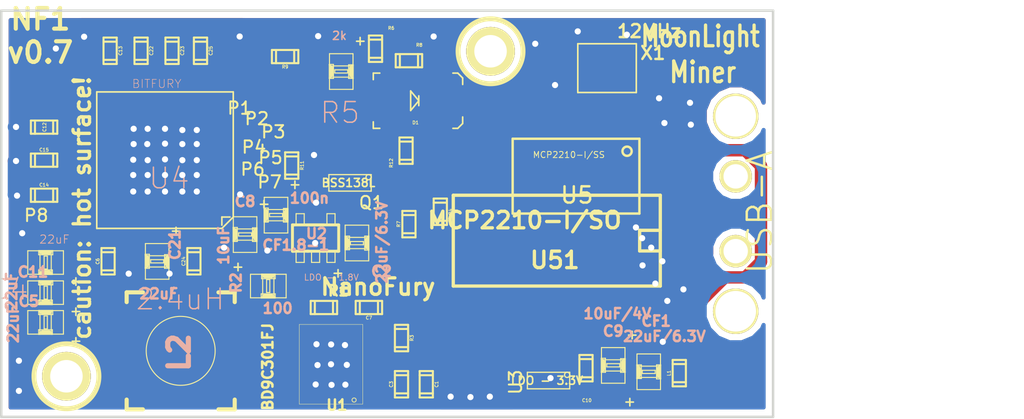
<source format=kicad_pcb>
(kicad_pcb (version 3) (host pcbnew "(2013-07-07 BZR 4022)-stable")
  (title_block (title "NanoFury NF1") (rev 0.5))
  (layers (15 F.Cu power) (0 B.Cu power hide) (19 F.Paste user) (21 F.SilkS user) (22 B.Mask user) (23 F.Mask user) (28 Edge.Cuts user))
  (net 0 "")
  (net 1 /INMISO)
  (net 2 /INMOSI)
  (net 3 /INSCK)
  (net 4 /LED)
  (net 5 /MISO)
  (net 6 /MOSI)
  (net 7 /OMISO)
  (net 8 /OMOSI)
  (net 9 /OSC1)
  (net 10 /OSC2)
  (net 11 /OSCK)
  (net 12 /OUTCLK)
  (net 13 /SCK)
  (net 14 /SCK_OVR)
  (net 15 0V8)
  (net 16 1.8V)
  (net 17 3.3V)
  (net 18 GND)
  (net 19 N-000001)
  (net 20 N-000002)
  (net 21 N-0000025)
  (net 22 N-0000027)
  (net 23 N-0000028)
  (net 24 N-0000032)
  (net 25 USB_5V)
  (net 26 USB_DM)
  (net 27 USB_DP)
  (net 28 V_EN)
  (module SSOP-20 (layer F.Cu) (at 133.2992 81.5848 180)
    (fp_text reference U5 (at 2.87 -4.77 180) (layer F.SilkS) (effects (font (size 1.00076 1.00076) (thickness 0.14986))))
    (fp_text value MCP2210-I/SS (at 3.3655 -2.286 180) (layer F.SilkS) (effects (font (size 0.381 0.381) (thickness 0.0508))))
    (pad 7 smd rect (at 3.9 0 180) (size 0.4064 1.651) (layers F.Cu F.Paste F.Mask))
    (pad 8 smd rect (at 4.55 0 180) (size 0.4064 1.651) (layers F.Cu F.Paste F.Mask))
    (pad 9 smd rect (at 5.2 0 180) (size 0.4064 1.651) (layers F.Cu F.Paste F.Mask) (net 6 /MOSI))
    (pad 10 smd rect (at 5.85 0 180) (size 0.4064 1.651) (layers F.Cu F.Paste F.Mask))
    (pad 17 smd rect (at 1.95 -7.2 180) (size 0.4064 1.651) (layers F.Cu F.Paste F.Mask) (net 17 3.3V))
    (pad 4 smd rect (at 1.95 0 180) (size 0.4064 1.651) (layers F.Cu F.Paste F.Mask) (net 17 3.3V))
    (pad 5 smd rect (at 2.6 0 180) (size 0.4064 1.651) (layers F.Cu F.Paste F.Mask) (net 4 /LED))
    (pad 6 smd rect (at 3.25 0 180) (size 0.4064 1.651) (layers F.Cu F.Paste F.Mask))
    (pad 11 smd rect (at 5.85 -7.2 180) (size 0.4064 1.651) (layers F.Cu F.Paste F.Mask) (net 13 /SCK))
    (pad 12 smd rect (at 5.2 -7.2 180) (size 0.4064 1.651) (layers F.Cu F.Paste F.Mask) (net 14 /SCK_OVR))
    (pad 13 smd rect (at 4.55 -7.2 180) (size 0.4064 1.651) (layers F.Cu F.Paste F.Mask) (net 5 /MISO))
    (pad 14 smd rect (at 3.9 -7.2 180) (size 0.4064 1.651) (layers F.Cu F.Paste F.Mask) (net 28 V_EN))
    (pad 15 smd rect (at 3.25 -7.2 180) (size 0.4064 1.651) (layers F.Cu F.Paste F.Mask))
    (pad 16 smd rect (at 2.6 -7.2 180) (size 0.4064 1.651) (layers F.Cu F.Paste F.Mask))
    (pad 18 smd rect (at 1.3 -7.2 180) (size 0.4064 1.651) (layers F.Cu F.Paste F.Mask) (net 26 USB_DM))
    (pad 19 smd rect (at 0.65 -7.2 180) (size 0.4064 1.651) (layers F.Cu F.Paste F.Mask) (net 27 USB_DP))
    (pad 20 smd rect (at 0 -7.2 180) (size 0.4064 1.651) (layers F.Cu F.Paste F.Mask) (net 18 GND))
    (pad 1 smd rect (at 0 0 180) (size 0.4064 1.651) (layers F.Cu F.Paste F.Mask) (net 17 3.3V))
    (pad 2 smd rect (at 0.65 0 180) (size 0.4064 1.651) (layers F.Cu F.Paste F.Mask) (net 9 /OSC1))
    (pad 3 smd rect (at 1.3 0 180) (size 0.4064 1.651) (layers F.Cu F.Paste F.Mask) (net 10 /OSC2))
  )
  (module SOT23-5 (layer F.Cu) (at 114.34572 88.99398)
    (fp_text reference U2 (at 0.05588 -0.27178) (layer B.SilkS) (effects (font (size 0.635 0.635) (thickness 0.1524))))
    (fp_text value "LDO - 1.8V" (at 0.97028 2.42062) (layer B.SilkS) (effects (font (size 0.381 0.381) (thickness 0.0508))))
    (pad 1 smd rect (at -0.94996 1.29794) (size 0.54864 1.19888) (layers F.Cu F.Paste F.Mask) (net 25 USB_5V))
    (pad 2 smd rect (at 0 1.29794) (size 0.54864 1.19888) (layers F.Cu F.Paste F.Mask) (net 18 GND))
    (pad 3 smd rect (at 0.94996 1.29794) (size 0.54864 1.19888) (layers F.Cu F.Paste F.Mask) (net 28 V_EN))
    (pad 4 smd rect (at 0.94996 -1.29794) (size 0.54864 1.19888) (layers F.Cu F.Paste F.Mask) (net 18 GND))
    (pad 5 smd rect (at -0.94996 -1.29794) (size 0.54864 1.19888) (layers F.Cu F.Paste F.Mask) (net 16 1.8V))
  )
  (module Hole2mm (layer F.Cu) (at 125.1136 77.5)
    (fp_text reference Hole2mm1 hide)
    (fp_text value P*** hide)
    (pad 1 thru_hole circle (at 0 0) (size 3 3) (drill 2) (layers *.Cu *.Mask F.SilkS))
  )
  (module Hole2mm (layer F.Cu) (at 99.0136 97.5)
    (fp_text reference Hole2mm hide)
    (fp_text value P*** hide)
    (pad 1 thru_hole circle (at 0 0) (size 3 3) (drill 2) (layers *.Cu *.Mask F.SilkS))
  )
  (module CSTCE_G15C (layer F.Cu) (at 132.2832 78.5368 180)
    (fp_text reference X1 (at -2.8194 0.9271 180) (layer F.SilkS) (effects (font (size 0.8 0.8))))
    (fp_text value 12MHz (at -2.5908 2.2733 180) (layer F.SilkS) (effects (font (size 0.8 0.8))))
    (pad 3 smd rect (at 1.2 0 180) (size 0.635 2) (layers F.Cu F.Paste F.Mask) (net 10 /OSC2))
    (pad 1 smd rect (at -1.2 0 180) (size 0.635 2) (layers F.Cu F.Paste F.Mask) (net 9 /OSC1))
    (pad 2 smd rect (at 0 0 180) (size 0.635 2) (layers F.Cu F.Paste F.Mask) (net 18 GND))
  )
  (module TP (layer F.Cu) (at 109.8296 81.0006)
    (fp_text reference P1 (at -0.1651 0) (layer F.SilkS) (effects (font (size 0.762 0.762) (thickness 0.11938))))
    (fp_text value TST hide)
    (pad 1 smd rect (at 0 0) (size 0.635 0.635) (layers F.Cu F.Paste F.Mask) (net 3 /INSCK))
  )
  (module TP (layer F.Cu) (at 110.6932 81.661)
    (fp_text reference P2 (at 0.0381 -0.0127) (layer F.SilkS) (effects (font (size 0.762 0.762) (thickness 0.11938))))
    (fp_text value TST hide)
    (pad 1 smd rect (at 0 0) (size 0.635 0.635) (layers F.Cu F.Paste F.Mask) (net 2 /INMOSI))
  )
  (module TP (layer F.Cu) (at 111.5568 82.423)
    (fp_text reference P3 (at 0.1905 0.0381) (layer F.SilkS) (effects (font (size 0.762 0.762) (thickness 0.11938))))
    (fp_text value TST hide)
    (pad 1 smd rect (at 0 0) (size 0.635 0.635) (layers F.Cu F.Paste F.Mask) (net 1 /INMISO))
  )
  (module TP (layer F.Cu) (at 110.57382 83.2866)
    (fp_text reference P4 (at -0.02032 0.1143) (layer F.SilkS) (effects (font (size 0.762 0.762) (thickness 0.11938))))
    (fp_text value TST hide)
    (pad 1 smd rect (at 0 0) (size 0.635 0.635) (layers F.Cu F.Paste F.Mask) (net 7 /OMISO))
  )
  (module TP (layer F.Cu) (at 111.5949 83.90382)
    (fp_text reference P5 (at -0.0254 0.14478) (layer F.SilkS) (effects (font (size 0.762 0.762) (thickness 0.11938))))
    (fp_text value TST hide)
    (pad 1 smd rect (at 0 0) (size 0.635 0.635) (layers F.Cu F.Paste F.Mask) (net 8 /OMOSI))
  )
  (module TP (layer F.Cu) (at 110.55858 84.61248)
    (fp_text reference P6 (at -0.08128 0.14732) (layer F.SilkS) (effects (font (size 0.762 0.762) (thickness 0.11938))))
    (fp_text value TST hide)
    (pad 1 smd rect (at 0 0) (size 0.635 0.635) (layers F.Cu F.Paste F.Mask) (net 11 /OSCK))
  )
  (module TP (layer F.Cu) (at 98.38944 88.06688)
    (fp_text reference P8 (at -1.23444 -0.46228) (layer F.SilkS) (effects (font (size 0.762 0.762) (thickness 0.11938))))
    (fp_text value TST hide)
    (pad 1 smd rect (at 0 0) (size 0.635 0.635) (layers F.Cu F.Paste F.Mask) (net 15 0V8))
  )
  (module TP (layer F.Cu) (at 111.57204 85.29066)
    (fp_text reference P7 (at -0.05334 0.25654) (layer F.SilkS) (effects (font (size 0.762 0.762) (thickness 0.11938))))
    (fp_text value TST hide)
    (pad 1 smd rect (at 0 0) (size 0.635 0.635) (layers F.Cu F.Paste F.Mask) (net 12 /OUTCLK))
  )
  (module 0805 (layer F.Cu) (at 97.7392 90.5002 180)
    (fp_text reference C4 (at 2.286 -1.651 180) (layer B.SilkS) (effects (font (size 1.27 1.27) (thickness 0.0889))))
    (fp_text value 22uF (at -0.5334 1.4224 180) (layer B.SilkS) (effects (font (size 0.508 0.508) (thickness 0.0508))))
    (pad 1 smd rect (at -0.89916 0 180) (size 1.09982 1.4986) (layers F.Cu F.Paste F.Mask) (net 15 0V8))
    (pad 2 smd rect (at 0.89916 0 180) (size 1.09982 1.4986) (layers F.Cu F.Paste F.Mask) (net 18 GND))
  )
  (module 0805 (layer F.Cu) (at 115.9256 78.74 270)
    (fp_text reference R5 (at 2.54 0.0762 360) (layer B.SilkS) (effects (font (size 1.27 1.27) (thickness 0.0889))))
    (fp_text value 2k (at -2.1971 0.1143 360) (layer B.SilkS) (effects (font (size 0.508 0.508) (thickness 0.0889))))
    (pad 1 smd rect (at -0.89916 0 270) (size 1.09982 1.4986) (layers F.Cu F.Paste F.Mask) (net 3 /INSCK))
    (pad 2 smd rect (at 0.89916 0 270) (size 1.09982 1.4986) (layers F.Cu F.Paste F.Mask) (net 14 /SCK_OVR))
  )
  (module HTSOP-J8 (layer F.Cu) (at 117.2464 99.2124 90)
    (fp_text reference U1 (at -0.0635 -1.5875 180) (layer F.SilkS) (effects (font (size 0.635 0.635) (thickness 0.1524))))
    (fp_text value BD9C301FJ (at 2.2987 -5.842 90) (layer F.SilkS) (effects (font (size 0.635 0.635) (thickness 0.1524))))
    (pad 4 smd rect (at 4.355 0.725 90) (size 0.55 1.2) (layers F.Cu F.Paste F.Mask) (net 19 N-000001))
    (pad 1 smd rect (at 0.545 0.725 90) (size 0.55 1.2) (layers F.Cu F.Paste F.Mask) (net 18 GND))
    (pad 2 smd rect (at 1.815 0.725 90) (size 0.55 1.2) (layers F.Cu F.Paste F.Mask) (net 25 USB_5V))
    (pad 3 smd rect (at 3.085 0.725 90) (size 0.55 1.2) (layers F.Cu F.Paste F.Mask) (net 18 GND))
    (pad 6 smd rect (at 3.085 -4.625 90) (size 0.55 1.2) (layers F.Cu F.Paste F.Mask) (net 28 V_EN))
    (pad 7 smd rect (at 1.815 -4.625 90) (size 0.55 1.2) (layers F.Cu F.Paste F.Mask) (net 20 N-000002))
    (pad 8 smd rect (at 0.545 -4.625 90) (size 0.55 1.2) (layers F.Cu F.Paste F.Mask) (net 20 N-000002))
    (pad 5 smd rect (at 4.355 -4.625 90) (size 0.55 1.2) (layers F.Cu F.Paste F.Mask) (net 23 N-0000028))
    (pad 9 smd rect (at 2.45 -1.95 90) (size 3.6 2.8) (layers F.Cu F.Paste F.Mask) (net 18 GND))
  )
  (module 2PLCC (layer F.Cu) (at 120.4976 80.5434 180)
    (fp_text reference D1 (at 0 -1.3462 180) (layer F.SilkS) (effects (font (size 0.20066 0.20066) (thickness 0.04064))))
    (fp_text value LED hide)
    (pad 1 smd rect (at 1.5 0 180) (size 1.5 2.6) (layers F.Cu F.Paste F.Mask) (net 21 N-0000025))
    (pad 2 smd rect (at -1.5 0 180) (size 1.5 2.6) (layers F.Cu F.Paste F.Mask) (net 18 GND))
  )
  (module 0603 (layer F.Cu) (at 119.9134 83.6168 270)
    (fp_text reference R12 (at 0.762 0.9144 270) (layer F.SilkS) (effects (font (size 0.20066 0.20066) (thickness 0.04064))))
    (fp_text value 1k hide)
    (pad 1 smd rect (at 0.75184 0 270) (size 0.89916 1.00076) (layers F.Cu F.Paste F.Mask) (net 4 /LED))
    (pad 2 smd rect (at -0.75184 0 270) (size 0.89916 1.00076) (layers F.Cu F.Paste F.Mask) (net 21 N-0000025))
  )
  (module 0603 (layer F.Cu) (at 130.9878 97.0026 90)
    (fp_text reference C10 (at -1.9812 0.0508 180) (layer F.SilkS) (effects (font (size 0.20066 0.20066) (thickness 0.04064))))
    (fp_text value 100n hide)
    (pad 1 smd rect (at 0.75184 0 90) (size 0.89916 1.00076) (layers F.Cu F.Paste F.Mask) (net 17 3.3V))
    (pad 2 smd rect (at -0.75184 0 90) (size 0.89916 1.00076) (layers F.Cu F.Paste F.Mask) (net 18 GND))
  )
  (module 0603 (layer F.Cu) (at 118.0338 77.343 90)
    (fp_text reference R6 (at 1.27 0.9652 180) (layer F.SilkS) (effects (font (size 0.20066 0.20066) (thickness 0.04064))))
    (fp_text value 2k hide)
    (pad 1 smd rect (at 0.75184 0 90) (size 0.89916 1.00076) (layers F.Cu F.Paste F.Mask) (net 18 GND))
    (pad 2 smd rect (at -0.75184 0 90) (size 0.89916 1.00076) (layers F.Cu F.Paste F.Mask) (net 2 /INMOSI))
  )
  (module 0603 (layer F.Cu) (at 112.4712 77.8256 180)
    (fp_text reference R9 (at 0 -0.635 180) (layer F.SilkS) (effects (font (size 0.20066 0.20066) (thickness 0.04064))))
    (fp_text value 2k hide)
    (pad 1 smd rect (at 0.75184 0 180) (size 0.89916 1.00076) (layers F.Cu F.Paste F.Mask) (net 18 GND))
    (pad 2 smd rect (at -0.75184 0 180) (size 0.89916 1.00076) (layers F.Cu F.Paste F.Mask) (net 3 /INSCK))
  )
  (module 0603 (layer F.Cu) (at 120.0912 78.0796)
    (fp_text reference R8 (at 0.635 -0.9652) (layer F.SilkS) (effects (font (size 0.20066 0.20066) (thickness 0.04064))))
    (fp_text value 2K hide)
    (pad 1 smd rect (at 0.75184 0) (size 0.89916 1.00076) (layers F.Cu F.Paste F.Mask) (net 6 /MOSI))
    (pad 2 smd rect (at -0.75184 0) (size 0.89916 1.00076) (layers F.Cu F.Paste F.Mask) (net 2 /INMOSI))
  )
  (module 0603 (layer F.Cu) (at 121.158 97.9932 270)
    (fp_text reference C1 (at 0 -0.635 270) (layer F.SilkS) (effects (font (size 0.20066 0.20066) (thickness 0.04064))))
    (fp_text value 100nF hide)
    (pad 1 smd rect (at 0.75184 0 270) (size 0.89916 1.00076) (layers F.Cu F.Paste F.Mask) (net 18 GND))
    (pad 2 smd rect (at -0.75184 0 270) (size 0.89916 1.00076) (layers F.Cu F.Paste F.Mask) (net 25 USB_5V))
  )
  (module 0603 (layer F.Cu) (at 136.7282 97.3074 90)
    (fp_text reference L1 (at 0 -0.635 90) (layer F.SilkS) (effects (font (size 0.20066 0.20066) (thickness 0.04064))))
    (fp_text value 10R@100MHz hide)
    (pad 1 smd rect (at 0.75184 0 90) (size 0.89916 1.00076) (layers F.Cu F.Paste F.Mask) (net 24 N-0000032))
    (pad 2 smd rect (at -0.75184 0 90) (size 0.89916 1.00076) (layers F.Cu F.Paste F.Mask) (net 25 USB_5V))
  )
  (module 0603 (layer F.Cu) (at 122.0216 87.376 270)
    (fp_text reference R4 (at 0 -0.635 270) (layer F.SilkS) (effects (font (size 0.20066 0.20066) (thickness 0.04064))))
    (fp_text value 2k hide)
    (pad 1 smd rect (at 0.75184 0 270) (size 0.89916 1.00076) (layers F.Cu F.Paste F.Mask) (net 5 /MISO))
    (pad 2 smd rect (at -0.75184 0 270) (size 0.89916 1.00076) (layers F.Cu F.Paste F.Mask) (net 17 3.3V))
  )
  (module 0603 (layer F.Cu) (at 119.634 95.1484 270)
    (fp_text reference R3 (at 0 -0.635 270) (layer F.SilkS) (effects (font (size 0.20066 0.20066) (thickness 0.04064))))
    (fp_text value 2.4k hide)
    (pad 1 smd rect (at 0.75184 0 270) (size 0.89916 1.00076) (layers F.Cu F.Paste F.Mask) (net 18 GND))
    (pad 2 smd rect (at -0.75184 0 270) (size 0.89916 1.00076) (layers F.Cu F.Paste F.Mask) (net 19 N-000001))
  )
  (module 0603 (layer F.Cu) (at 114.8588 93.2688)
    (fp_text reference R1 (at 0.889 -1.0287) (layer F.SilkS) (effects (font (size 0.635 0.635) (thickness 0.1524))))
    (fp_text value 13k hide)
    (pad 1 smd rect (at 0.75184 0) (size 0.89916 1.00076) (layers F.Cu F.Paste F.Mask) (net 22 N-0000027))
    (pad 2 smd rect (at -0.75184 0) (size 0.89916 1.00076) (layers F.Cu F.Paste F.Mask) (net 23 N-0000028))
  )
  (module 0603 (layer F.Cu) (at 107.2642 77.47 270)
    (fp_text reference C25 (at 0 -0.635 270) (layer F.SilkS) (effects (font (size 0.20066 0.20066) (thickness 0.04064))))
    (fp_text value 100nF hide)
    (pad 1 smd rect (at 0.75184 0 270) (size 0.89916 1.00076) (layers F.Cu F.Paste F.Mask) (net 15 0V8))
    (pad 2 smd rect (at -0.75184 0 270) (size 0.89916 1.00076) (layers F.Cu F.Paste F.Mask) (net 18 GND))
  )
  (module 0603 (layer F.Cu) (at 106.8578 90.424 90)
    (fp_text reference C24 (at 0 -0.635 90) (layer F.SilkS) (effects (font (size 0.20066 0.20066) (thickness 0.04064))))
    (fp_text value 100nF hide)
    (pad 1 smd rect (at 0.75184 0 90) (size 0.89916 1.00076) (layers F.Cu F.Paste F.Mask) (net 15 0V8))
    (pad 2 smd rect (at -0.75184 0 90) (size 0.89916 1.00076) (layers F.Cu F.Paste F.Mask) (net 18 GND))
  )
  (module 0603 (layer F.Cu) (at 105.5116 77.47 270)
    (fp_text reference C23 (at 0 -0.635 270) (layer F.SilkS) (effects (font (size 0.20066 0.20066) (thickness 0.04064))))
    (fp_text value 100nF hide)
    (pad 1 smd rect (at 0.75184 0 270) (size 0.89916 1.00076) (layers F.Cu F.Paste F.Mask) (net 15 0V8))
    (pad 2 smd rect (at -0.75184 0 270) (size 0.89916 1.00076) (layers F.Cu F.Paste F.Mask) (net 18 GND))
  )
  (module 0603 (layer F.Cu) (at 103.6066 77.47 270)
    (fp_text reference C22 (at 0 -0.635 270) (layer F.SilkS) (effects (font (size 0.20066 0.20066) (thickness 0.04064))))
    (fp_text value 100nF hide)
    (pad 1 smd rect (at 0.75184 0 270) (size 0.89916 1.00076) (layers F.Cu F.Paste F.Mask) (net 15 0V8))
    (pad 2 smd rect (at -0.75184 0 270) (size 0.89916 1.00076) (layers F.Cu F.Paste F.Mask) (net 18 GND))
  )
  (module 0603 (layer F.Cu) (at 97.6376 84.201)
    (fp_text reference C15 (at 0 -0.635) (layer F.SilkS) (effects (font (size 0.20066 0.20066) (thickness 0.04064))))
    (fp_text value 100nF hide)
    (pad 1 smd rect (at 0.75184 0) (size 0.89916 1.00076) (layers F.Cu F.Paste F.Mask) (net 15 0V8))
    (pad 2 smd rect (at -0.75184 0) (size 0.89916 1.00076) (layers F.Cu F.Paste F.Mask) (net 18 GND))
  )
  (module 0603 (layer F.Cu) (at 97.6376 86.36)
    (fp_text reference C14 (at 0 -0.635) (layer F.SilkS) (effects (font (size 0.20066 0.20066) (thickness 0.04064))))
    (fp_text value 100nF hide)
    (pad 1 smd rect (at 0.75184 0) (size 0.89916 1.00076) (layers F.Cu F.Paste F.Mask) (net 15 0V8))
    (pad 2 smd rect (at -0.75184 0) (size 0.89916 1.00076) (layers F.Cu F.Paste F.Mask) (net 18 GND))
  )
  (module 0603 (layer F.Cu) (at 101.7016 77.47 270)
    (fp_text reference C13 (at 0 -0.635 270) (layer F.SilkS) (effects (font (size 0.20066 0.20066) (thickness 0.04064))))
    (fp_text value 100nF hide)
    (pad 1 smd rect (at 0.75184 0 270) (size 0.89916 1.00076) (layers F.Cu F.Paste F.Mask) (net 15 0V8))
    (pad 2 smd rect (at -0.75184 0 270) (size 0.89916 1.00076) (layers F.Cu F.Paste F.Mask) (net 18 GND))
  )
  (module 0603 (layer F.Cu) (at 97.6376 82.169)
    (fp_text reference C12 (at 0.0254 0 90) (layer F.SilkS) (effects (font (size 0.20066 0.20066) (thickness 0.04064))))
    (fp_text value 100nF hide)
    (pad 1 smd rect (at 0.75184 0) (size 0.89916 1.00076) (layers F.Cu F.Paste F.Mask) (net 15 0V8))
    (pad 2 smd rect (at -0.75184 0) (size 0.89916 1.00076) (layers F.Cu F.Paste F.Mask) (net 18 GND))
  )
  (module 0603 (layer F.Cu) (at 117.6274 93.2688 180)
    (fp_text reference C7 (at 0 -0.635 180) (layer F.SilkS) (effects (font (size 0.20066 0.20066) (thickness 0.04064))))
    (fp_text value 1.1n hide)
    (pad 1 smd rect (at 0.75184 0 180) (size 0.89916 1.00076) (layers F.Cu F.Paste F.Mask) (net 22 N-0000027))
    (pad 2 smd rect (at -0.75184 0 180) (size 0.89916 1.00076) (layers F.Cu F.Paste F.Mask) (net 18 GND))
  )
  (module 0603 (layer F.Cu) (at 101.5746 90.424 90)
    (fp_text reference C6 (at 0 -0.635 90) (layer F.SilkS) (effects (font (size 0.20066 0.20066) (thickness 0.04064))))
    (fp_text value 100nF hide)
    (pad 1 smd rect (at 0.75184 0 90) (size 0.89916 1.00076) (layers F.Cu F.Paste F.Mask) (net 15 0V8))
    (pad 2 smd rect (at -0.75184 0 90) (size 0.89916 1.00076) (layers F.Cu F.Paste F.Mask) (net 18 GND))
  )
  (module 0603 (layer F.Cu) (at 119.634 97.9932 90)
    (fp_text reference C3 (at 0 -0.635 90) (layer F.SilkS) (effects (font (size 0.20066 0.20066) (thickness 0.04064))))
    (fp_text value 100nF hide)
    (pad 1 smd rect (at 0.75184 0 90) (size 0.89916 1.00076) (layers F.Cu F.Paste F.Mask) (net 25 USB_5V))
    (pad 2 smd rect (at -0.75184 0 90) (size 0.89916 1.00076) (layers F.Cu F.Paste F.Mask) (net 18 GND))
  )
  (module 0603 (layer F.Cu) (at 120.0912 88.138 90)
    (fp_text reference R7 (at 0 -0.635 90) (layer F.SilkS) (effects (font (size 0.20066 0.20066) (thickness 0.04064))))
    (fp_text value 1k hide)
    (pad 1 smd rect (at 0.75184 0 90) (size 0.89916 1.00076) (layers F.Cu F.Paste F.Mask) (net 14 /SCK_OVR))
    (pad 2 smd rect (at -0.75184 0 90) (size 0.89916 1.00076) (layers F.Cu F.Paste F.Mask) (net 13 /SCK))
  )
  (module 0603 (layer F.Cu) (at 112.8776 84.5312 270)
    (fp_text reference R11 (at 0 -0.635 270) (layer F.SilkS) (effects (font (size 0.20066 0.20066) (thickness 0.04064))))
    (fp_text value 1k hide)
    (pad 1 smd rect (at 0.75184 0 270) (size 0.89916 1.00076) (layers F.Cu F.Paste F.Mask) (net 12 /OUTCLK))
    (pad 2 smd rect (at -0.75184 0 270) (size 0.89916 1.00076) (layers F.Cu F.Paste F.Mask) (net 18 GND))
  )
  (module SOT23 (layer F.Cu) (at 116.4336 85.598 180)
    (fp_text reference Q1 (at -1.3462 -1.2192 180) (layer F.SilkS) (effects (font (size 0.762 0.762) (thickness 0.11938))))
    (fp_text value BSS138L (at 0.0635 0 180) (layer F.SilkS) (effects (font (size 0.50038 0.50038) (thickness 0.09906))))
    (pad 3 smd rect (at 0 -1.09982 180) (size 0.8001 1.00076) (layers F.Cu F.Paste F.Mask) (net 5 /MISO))
    (pad 2 smd rect (at 0.9525 1.09982 180) (size 0.8001 1.00076) (layers F.Cu F.Paste F.Mask) (net 1 /INMISO))
    (pad 1 smd rect (at -0.9525 1.09982 180) (size 0.8001 1.00076) (layers F.Cu F.Paste F.Mask) (net 16 1.8V))
  )
  (module 0805 (layer F.Cu) (at 104.5972 90.424 270)
    (fp_text reference C21 (at -1.016 -1.0922 270) (layer B.SilkS) (effects (font (size 0.635 0.635) (thickness 0.15875))))
    (fp_text value 22uF (at 2 -0.1 360) (layer B.SilkS) (effects (font (size 0.635 0.635) (thickness 0.1524))))
    (pad 1 smd rect (at -0.89916 0 270) (size 1.09982 1.4986) (layers F.Cu F.Paste F.Mask) (net 15 0V8))
    (pad 2 smd rect (at 0.89916 0 270) (size 1.09982 1.4986) (layers F.Cu F.Paste F.Mask) (net 18 GND))
  )
  (module 0805 (layer F.Cu) (at 97.7392 92.3544 180)
    (fp_text reference C11 (at 0.7874 1.27 180) (layer B.SilkS) (effects (font (size 0.635 0.635) (thickness 0.15875))))
    (fp_text value 22uF (at 2.0955 0.0762 270) (layer B.SilkS) (effects (font (size 0.635 0.635) (thickness 0.1524))))
    (pad 1 smd rect (at -0.89916 0 180) (size 1.09982 1.4986) (layers F.Cu F.Paste F.Mask) (net 15 0V8))
    (pad 2 smd rect (at 0.89916 0 180) (size 1.09982 1.4986) (layers F.Cu F.Paste F.Mask) (net 18 GND))
  )
  (module 0805 (layer F.Cu) (at 97.7392 94.1832 180)
    (fp_text reference C5 (at 1.0414 1.2954 180) (layer B.SilkS) (effects (font (size 0.635 0.635) (thickness 0.15875))))
    (fp_text value 22uF (at 2 -0.1 270) (layer B.SilkS) (effects (font (size 0.635 0.635) (thickness 0.1524))))
    (pad 1 smd rect (at -0.89916 0 180) (size 1.09982 1.4986) (layers F.Cu F.Paste F.Mask) (net 15 0V8))
    (pad 2 smd rect (at 0.89916 0 180) (size 1.09982 1.4986) (layers F.Cu F.Paste F.Mask) (net 18 GND))
  )
  (module 0805 (layer F.Cu) (at 111.4298 91.948)
    (fp_text reference R2 (at -1.9812 -0.2032 90) (layer B.SilkS) (effects (font (size 0.635 0.635) (thickness 0.15875))))
    (fp_text value 100 (at 0.5842 1.3716) (layer B.SilkS) (effects (font (size 0.635 0.635) (thickness 0.1524))))
    (pad 1 smd rect (at -0.89916 0) (size 1.09982 1.4986) (layers F.Cu F.Paste F.Mask) (net 15 0V8))
    (pad 2 smd rect (at 0.89916 0) (size 1.09982 1.4986) (layers F.Cu F.Paste F.Mask) (net 19 N-000001))
  )
  (module 0805 (layer F.Cu) (at 116.8908 89.3064 90)
    (fp_text reference C2 (at -1.7399 1.5113 180) (layer B.SilkS) (effects (font (size 0.635 0.635) (thickness 0.15875))))
    (fp_text value 22uF/6.3V (at 0.0508 1.5367 90) (layer B.SilkS) (effects (font (size 0.635 0.635) (thickness 0.1524))))
    (pad 1 smd rect (at -0.89916 0 90) (size 1.09982 1.4986) (layers F.Cu F.Paste F.Mask) (net 25 USB_5V))
    (pad 2 smd rect (at 0.89916 0 90) (size 1.09982 1.4986) (layers F.Cu F.Paste F.Mask) (net 18 GND))
  )
  (module 0805 (layer F.Cu) (at 134.8486 97.2312 90)
    (fp_text reference CF1 (at 3.1242 0.4572 180) (layer B.SilkS) (effects (font (size 0.635 0.635) (thickness 0.15875))))
    (fp_text value 22uF/6.3V (at 2.1844 0.9652 180) (layer B.SilkS) (effects (font (size 0.635 0.635) (thickness 0.1524))))
    (pad 1 smd rect (at -0.89916 0 90) (size 1.09982 1.4986) (layers F.Cu F.Paste F.Mask) (net 25 USB_5V))
    (pad 2 smd rect (at 0.89916 0 90) (size 1.09982 1.4986) (layers F.Cu F.Paste F.Mask) (net 18 GND))
  )
  (module 0805 (layer F.Cu) (at 110.0074 88.773 270)
    (fp_text reference C8 (at -2.032 0 360) (layer B.SilkS) (effects (font (size 0.635 0.635) (thickness 0.15875))))
    (fp_text value 10uF (at 0.6858 1.3208 270) (layer B.SilkS) (effects (font (size 0.635 0.635) (thickness 0.1524))))
    (pad 1 smd rect (at -0.89916 0 270) (size 1.09982 1.4986) (layers F.Cu F.Paste F.Mask) (net 16 1.8V))
    (pad 2 smd rect (at 0.89916 0 270) (size 1.09982 1.4986) (layers F.Cu F.Paste F.Mask) (net 18 GND))
  )
  (module 0805 (layer F.Cu) (at 132.6642 96.8248 270)
    (fp_text reference C9 (at -2.1 0 360) (layer B.SilkS) (effects (font (size 0.635 0.635) (thickness 0.15875))))
    (fp_text value 10uF/4V (at -3.175 -0.254 360) (layer B.SilkS) (effects (font (size 0.635 0.635) (thickness 0.1524))))
    (pad 1 smd rect (at -0.89916 0 270) (size 1.09982 1.4986) (layers F.Cu F.Paste F.Mask) (net 17 3.3V))
    (pad 2 smd rect (at 0.89916 0 270) (size 1.09982 1.4986) (layers F.Cu F.Paste F.Mask) (net 18 GND))
  )
  (module 0805 (layer F.Cu) (at 111.9124 87.5792 270)
    (fp_text reference CF1.8-1 (at 1.8542 -1.2192 360) (layer B.SilkS) (effects (font (size 0.635 0.635) (thickness 0.15875))))
    (fp_text value 100n (at -1.0414 -2.0574 360) (layer B.SilkS) (effects (font (size 0.635 0.635) (thickness 0.1524))))
    (pad 1 smd rect (at -0.89916 0 270) (size 1.09982 1.4986) (layers F.Cu F.Paste F.Mask) (net 16 1.8V))
    (pad 2 smd rect (at 0.89916 0 270) (size 1.09982 1.4986) (layers F.Cu F.Paste F.Mask) (net 18 GND))
  )
  (module CNC-1001-011-01101 (layer F.Cu) (at 140.2 87.5 270)
    (fp_text reference CN1 hide)
    (fp_text value USB-A (at -0.0986 -1.4939 270) (layer F.SilkS) (effects (font (size 1.5 1.5))))
    (pad 5 smd rect (at 3.5 2.8 270) (size 1.1 2.3) (layers F.Cu F.Paste F.Mask) (net 18 GND))
    (pad 3 smd rect (at 1 2.8 270) (size 1.1 2.3) (layers F.Cu F.Paste F.Mask) (net 27 USB_DP))
    (pad 1 smd rect (at -3.5 2.8 270) (size 1.1 2.3) (layers F.Cu F.Paste F.Mask) (net 24 N-0000032))
    (pad "" thru_hole circle (at -6 0 270) (size 2.8 2.8) (drill 2.5) (layers *.Cu *.Mask F.SilkS))
    (pad "" thru_hole circle (at 6 0 270) (size 2.8 2.8) (drill 2.5) (layers *.Cu *.Mask F.SilkS))
    (pad "" thru_hole circle (at -2.3 0 270) (size 2 2) (drill 1.5) (layers *.Cu *.Mask F.SilkS))
    (pad "" thru_hole circle (at 2.3 0 270) (size 2 2) (drill 1.5) (layers *.Cu *.Mask F.SilkS))
    (pad 2 smd rect (at -1 2.8 270) (size 1.1 2.3) (layers F.Cu F.Paste F.Mask) (net 26 USB_DM))
  )
  (module QFN48 (layer F.Cu) (at 105.0798 84.201 180)
    (fp_text reference U4 (at -0.254 -1.1176 180) (layer B.SilkS) (effects (font (size 1.27 1.27) (thickness 0.0889))))
    (fp_text value BITFURY (at 0.508 4.699 180) (layer B.SilkS) (effects (font (size 0.508 0.508) (thickness 0.0381))))
    (pad 13 smd rect (at -2.75 3.55 180) (size 0.3 1) (layers F.Cu F.Paste F.Mask) (net 15 0V8))
    (pad 25 smd rect (at 3.55 2.75 180) (size 1 0.3) (layers F.Cu F.Paste F.Mask) (net 15 0V8))
    (pad 26 smd rect (at 3.55 2.25 180) (size 1 0.3) (layers F.Cu F.Paste F.Mask) (net 15 0V8))
    (pad 28 smd rect (at 3.55 1.25 180) (size 1 0.3) (layers F.Cu F.Paste F.Mask) (net 15 0V8))
    (pad 27 smd rect (at 3.55 1.75 180) (size 1 0.3) (layers F.Cu F.Paste F.Mask) (net 15 0V8))
    (pad 29 smd rect (at 3.55 0.75 180) (size 1 0.3) (layers F.Cu F.Paste F.Mask) (net 15 0V8))
    (pad 30 smd rect (at 3.55 0.25 180) (size 1 0.3) (layers F.Cu F.Paste F.Mask) (net 15 0V8))
    (pad 36 smd rect (at 3.55 -2.75 180) (size 1 0.3) (layers F.Cu F.Paste F.Mask) (net 15 0V8))
    (pad 35 smd rect (at 3.55 -2.25 180) (size 1 0.3) (layers F.Cu F.Paste F.Mask) (net 15 0V8))
    (pad 33 smd rect (at 3.55 -1.25 180) (size 1 0.3) (layers F.Cu F.Paste F.Mask) (net 15 0V8))
    (pad 34 smd rect (at 3.55 -1.75 180) (size 1 0.3) (layers F.Cu F.Paste F.Mask) (net 15 0V8))
    (pad 32 smd rect (at 3.55 -0.75 180) (size 1 0.3) (layers F.Cu F.Paste F.Mask) (net 15 0V8))
    (pad 31 smd rect (at 3.55 -0.25 180) (size 1 0.3) (layers F.Cu F.Paste F.Mask) (net 15 0V8))
    (pad 1 smd rect (at -3.55 -2.75 180) (size 1 0.3) (layers F.Cu F.Paste F.Mask) (net 18 GND))
    (pad 3 smd rect (at -3.55 -1.748 180) (size 1 0.3) (layers F.Cu F.Paste F.Mask) (net 18 GND))
    (pad 2 smd rect (at -3.55 -2.25 180) (size 1 0.3) (layers F.Cu F.Paste F.Mask) (net 18 GND))
    (pad 5 smd rect (at -3.55 -0.75 180) (size 1 0.3) (layers F.Cu F.Paste F.Mask) (net 12 /OUTCLK))
    (pad 6 smd rect (at -3.55 -0.25 180) (size 1 0.3) (layers F.Cu F.Paste F.Mask) (net 11 /OSCK))
    (pad 4 smd rect (at -3.55 -1.25 180) (size 1 0.3) (layers F.Cu F.Paste F.Mask) (net 16 1.8V))
    (pad 10 smd rect (at -3.55 1.75 180) (size 1 0.3) (layers F.Cu F.Paste F.Mask) (net 2 /INMOSI))
    (pad 12 smd rect (at -3.55 2.75 180) (size 1 0.3) (layers F.Cu F.Paste F.Mask) (net 18 GND))
    (pad 11 smd rect (at -3.55 2.25 180) (size 1 0.3) (layers F.Cu F.Paste F.Mask) (net 3 /INSCK))
    (pad 8 smd rect (at -3.55 0.75 180) (size 1 0.3) (layers F.Cu F.Paste F.Mask) (net 7 /OMISO))
    (pad 9 smd rect (at -3.55 1.25 180) (size 1 0.3) (layers F.Cu F.Paste F.Mask) (net 1 /INMISO))
    (pad 7 smd rect (at -3.55 0.25 180) (size 1 0.3) (layers F.Cu F.Paste F.Mask) (net 8 /OMOSI))
    (pad 49 smd rect (at 0 0 180) (size 5 5) (layers F.Cu F.Mask) (net 18 GND))
    (pad 47 smd rect (at -2.25 -3.55 180) (size 0.3 1) (layers F.Cu F.Paste F.Mask) (net 15 0V8))
    (pad 48 smd rect (at -2.75 -3.55 180) (size 0.3 1) (layers F.Cu F.Paste F.Mask) (net 15 0V8))
    (pad 45 smd rect (at -1.25 -3.55 180) (size 0.3 1) (layers F.Cu F.Paste F.Mask) (net 15 0V8))
    (pad 44 smd rect (at -0.75 -3.55 180) (size 0.3 1) (layers F.Cu F.Paste F.Mask) (net 15 0V8))
    (pad 46 smd rect (at -1.75 -3.55 180) (size 0.3 1) (layers F.Cu F.Paste F.Mask) (net 15 0V8))
    (pad 39 smd rect (at 1.75 -3.55 180) (size 0.3 1) (layers F.Cu F.Paste F.Mask) (net 15 0V8))
    (pad 37 smd rect (at 2.75 -3.55 180) (size 0.3 1) (layers F.Cu F.Paste F.Mask) (net 15 0V8))
    (pad 38 smd rect (at 2.25 -3.55 180) (size 0.3 1) (layers F.Cu F.Paste F.Mask) (net 15 0V8))
    (pad 41 smd rect (at 0.75 -3.55 180) (size 0.3 1) (layers F.Cu F.Paste F.Mask) (net 15 0V8))
    (pad 40 smd rect (at 1.25 -3.55 180) (size 0.3 1) (layers F.Cu F.Paste F.Mask) (net 15 0V8))
    (pad 42 smd rect (at 0.25 -3.55 180) (size 0.3 1) (layers F.Cu F.Paste F.Mask) (net 15 0V8))
    (pad 43 smd rect (at -0.25 -3.55 180) (size 0.3 1) (layers F.Cu F.Paste F.Mask) (net 15 0V8))
    (pad 14 smd rect (at -2.25 3.55 180) (size 0.3 1) (layers F.Cu F.Paste F.Mask) (net 15 0V8))
    (pad 16 smd rect (at -1.25 3.55 180) (size 0.3 1) (layers F.Cu F.Paste F.Mask) (net 15 0V8))
    (pad 17 smd rect (at -0.75 3.55 180) (size 0.3 1) (layers F.Cu F.Paste F.Mask) (net 15 0V8))
    (pad 15 smd rect (at -1.75 3.55 180) (size 0.3 1) (layers F.Cu F.Paste F.Mask) (net 15 0V8))
    (pad 22 smd rect (at 1.75 3.55 180) (size 0.3 1) (layers F.Cu F.Paste F.Mask) (net 15 0V8))
    (pad 24 smd rect (at 2.75 3.55 180) (size 0.3 1) (layers F.Cu F.Paste F.Mask) (net 15 0V8))
    (pad 23 smd rect (at 2.25 3.55 180) (size 0.3 1) (layers F.Cu F.Paste F.Mask) (net 15 0V8))
    (pad 20 smd rect (at 0.75 3.55 180) (size 0.3 1) (layers F.Cu F.Paste F.Mask) (net 15 0V8))
    (pad 21 smd rect (at 1.25 3.55 180) (size 0.3 1) (layers F.Cu F.Paste F.Mask) (net 15 0V8))
    (pad 19 smd rect (at 0.25 3.55 180) (size 0.3 1) (layers F.Cu F.Paste F.Mask) (net 15 0V8))
    (pad 18 smd rect (at -0.25 3.55 180) (size 0.3 1) (layers F.Cu F.Paste F.Mask) (net 15 0V8))
    (pad 49 smd rect (at -1.125 -1.125 180) (size 2 2) (layers F.Cu F.Paste F.Mask) (net 18 GND))
    (pad 49 smd rect (at -1.125 1.125 180) (size 2 2) (layers F.Cu F.Paste F.Mask) (net 18 GND))
    (pad 49 smd rect (at 1.125 -1.125 180) (size 2 2) (layers F.Cu F.Paste F.Mask) (net 18 GND))
    (pad 49 smd rect (at 1.125 1.125 180) (size 2 2) (layers F.Cu F.Paste F.Mask) (net 18 GND))
  )
  (module SOT23 (layer F.Cu) (at 128.651 97.7646 180)
    (fp_text reference U3 (at 1.99898 -0.09906 270) (layer F.SilkS) (effects (font (size 0.762 0.762) (thickness 0.11938))))
    (fp_text value "LDO - 3.3V" (at 0.0635 0 180) (layer F.SilkS) (effects (font (size 0.50038 0.50038) (thickness 0.09906))))
    (pad 3 smd rect (at 0 -1.09982 180) (size 0.8001 1.00076) (layers F.Cu F.Paste F.Mask) (net 25 USB_5V))
    (pad 2 smd rect (at 0.9525 1.09982 180) (size 0.8001 1.00076) (layers F.Cu F.Paste F.Mask) (net 17 3.3V))
    (pad 1 smd rect (at -0.9525 1.09982 180) (size 0.8001 1.00076) (layers F.Cu F.Paste F.Mask) (net 18 GND))
  )
  (module 0630 (layer F.Cu) (at 106.045 95.9358 270)
    (fp_text reference L2 (at 0.1 0.1 270) (layer B.SilkS) (effects (font (size 1.27 1.27) (thickness 0.3175))))
    (fp_text value 2.4uH (at -3.175 0.0254 360) (layer B.SilkS) (effects (font (size 1.27 1.27) (thickness 0.0889))))
    (pad 1 smd rect (at 0 -2.35 270) (size 5.7 2.35) (layers F.Cu F.Paste F.Mask) (net 20 N-000002))
    (pad 2 smd rect (at 0 2.35 270) (size 5.7 2.35) (layers F.Cu F.Paste F.Mask) (net 15 0V8))
  )
  (module SOIC20 (layer F.Cu) (at 129.2098 89.154 180)
    (fp_text reference U51 (at 0.14 -1.2 180) (layer F.SilkS) (effects (font (size 1.016 1.016) (thickness 0.2032))))
    (fp_text value MCP2210-I/SO (at 2 1.25 180) (layer F.SilkS) (effects (font (size 1.016 1.016) (thickness 0.2032))))
    (pad 1 smd rect (at -5.715 4.7 180) (size 0.762 2) (layers F.Cu F.Paste F.Mask) (net 17 3.3V))
    (pad 2 smd rect (at -4.445 4.7 180) (size 0.762 2) (layers F.Cu F.Paste F.Mask) (net 9 /OSC1))
    (pad 3 smd rect (at -3.175 4.7 180) (size 0.762 2) (layers F.Cu F.Paste F.Mask) (net 10 /OSC2))
    (pad 4 smd rect (at -1.905 4.7 180) (size 0.762 2) (layers F.Cu F.Paste F.Mask) (net 17 3.3V))
    (pad 5 smd rect (at -0.635 4.7 180) (size 0.762 2) (layers F.Cu F.Paste F.Mask) (net 4 /LED))
    (pad 6 smd rect (at 0.635 4.7 180) (size 0.762 2) (layers F.Cu F.Paste F.Mask))
    (pad 7 smd rect (at 1.905 4.7 180) (size 0.762 2) (layers F.Cu F.Paste F.Mask))
    (pad 8 smd rect (at 3.175 4.7 180) (size 0.762 2) (layers F.Cu F.Paste F.Mask))
    (pad 9 smd rect (at 4.445 4.7 180) (size 0.762 2) (layers F.Cu F.Paste F.Mask) (net 6 /MOSI))
    (pad 10 smd rect (at 5.715 4.7 180) (size 0.762 2) (layers F.Cu F.Paste F.Mask))
    (pad 20 smd rect (at -5.715 -4.7 180) (size 0.762 2) (layers F.Cu F.Paste F.Mask) (net 18 GND))
    (pad 19 smd rect (at -4.445 -4.7 180) (size 0.762 2) (layers F.Cu F.Paste F.Mask) (net 27 USB_DP))
    (pad 18 smd rect (at -3.175 -4.7 180) (size 0.762 2) (layers F.Cu F.Paste F.Mask) (net 26 USB_DM))
    (pad 17 smd rect (at -1.905 -4.7 180) (size 0.762 2) (layers F.Cu F.Paste F.Mask) (net 17 3.3V))
    (pad 16 smd rect (at -0.635 -4.7 180) (size 0.762 2) (layers F.Cu F.Paste F.Mask))
    (pad 15 smd rect (at 0.635 -4.7 180) (size 0.762 2) (layers F.Cu F.Paste F.Mask))
    (pad 14 smd rect (at 1.905 -4.7 180) (size 0.762 2) (layers F.Cu F.Paste F.Mask) (net 28 V_EN))
    (pad 13 smd rect (at 3.175 -4.7 180) (size 0.762 2) (layers F.Cu F.Paste F.Mask) (net 5 /MISO))
    (pad 12 smd rect (at 4.445 -4.7 180) (size 0.762 2) (layers F.Cu F.Paste F.Mask) (net 14 /SCK_OVR))
    (pad 11 smd rect (at 5.715 -4.7 180) (size 0.762 2) (layers F.Cu F.Paste F.Mask) (net 13 /SCK))
  )
  (gr_text Miner (at 138.176 78.7908) (layer F.SilkS) (effects (font (size 1.27 1.016) (thickness 0.2032))))
  (gr_text MoonLight (at 138.0236 76.581) (layer F.SilkS) (effects (font (size 1.27 0.9652) (thickness 0.2032))))
  (gr_text "caution: hot surface!" (at 99.9744 87.1474 90) (layer F.SilkS) (effects (font (size 1.016 1.016) (thickness 0.2032))))
  (gr_text "NF1\nV0.7" (at 139.4841 96.9391) (layer F.Cu) (effects (font (size 1.016 1.016) (thickness 0.254))))
  (gr_text NanoFury (at 118.1862 91.9988) (layer F.SilkS) (effects (font (size 1.016 1.016) (thickness 0.2032))))
  (gr_text "NF1\nv0.7" (at 97.409 76.5556) (layer F.SilkS) (effects (font (size 1.27 1.27) (thickness 0.254))))
  (gr_line (start 142.5 75) (end 95 75) (angle 90) (layer Edge.Cuts) (width 0.15))
  (gr_line (start 95 100) (end 95 75) (angle 90) (layer Edge.Cuts) (width 0.15))
  (gr_line (start 142.5 75) (end 142.5 100) (angle 90) (layer Edge.Cuts) (width 0.15))
  (gr_line (start 142.5 100) (end 95 100) (angle 90) (layer Edge.Cuts) (width 0.15))
  (segment (start 108.6298 82.951) (end 109.835 82.951) (width 0.254) (layer F.Cu) (net 1))
  (segment (start 110.363 82.423) (end 111.5568 82.423) (width 0.254) (layer F.Cu) (net 1))
  (segment (start 109.835 82.951) (end 110.363 82.423) (width 0.254) (layer F.Cu) (net 1))
  (segment (start 111.5568 82.423) (end 112.0267 82.423) (width 0.381) (layer F.Cu) (net 1))
  (segment (start 115.4811 82.9945) (end 115.4811 84.49818) (width 0.381) (layer F.Cu) (net 1))
  (segment (start 114.4651 81.9785) (end 115.4811 82.9945) (width 0.381) (layer F.Cu) (net 1))
  (segment (start 112.4712 81.9785) (end 114.4651 81.9785) (width 0.381) (layer F.Cu) (net 1))
  (segment (start 112.0267 82.423) (end 112.4712 81.9785) (width 0.381) (layer F.Cu) (net 1))
  (segment (start 117.1194 78.74) (end 114.7826 78.74) (width 0.254) (layer F.Cu) (net 2))
  (segment (start 117.76456 78.09484) (end 117.1194 78.74) (width 0.381) (layer F.Cu) (net 2))
  (segment (start 112.0902 81.2038) (end 111.1504 81.2038) (width 0.381) (layer F.Cu) (net 2))
  (segment (start 110.6932 81.661) (end 111.1504 81.2038) (width 0.381) (layer F.Cu) (net 2))
  (segment (start 117.76456 78.09484) (end 118.0338 78.09484) (width 0.381) (layer F.Cu) (net 2))
  (segment (start 112.3188 81.2038) (end 112.0902 81.2038) (width 0.381) (layer F.Cu) (net 2))
  (segment (start 114.7826 78.74) (end 112.3188 81.2038) (width 0.381) (layer F.Cu) (net 2))
  (segment (start 110.6932 81.661) (end 110.3122 81.661) (width 0.254) (layer F.Cu) (net 2))
  (segment (start 109.5222 82.451) (end 108.6298 82.451) (width 0.254) (layer F.Cu) (net 2))
  (segment (start 110.3122 81.661) (end 109.5222 82.451) (width 0.254) (layer F.Cu) (net 2))
  (segment (start 119.33936 78.0796) (end 118.04904 78.0796) (width 0.381) (layer F.Cu) (net 2))
  (segment (start 118.04904 78.0796) (end 118.0338 78.09484) (width 0.381) (layer F.Cu) (net 2))
  (segment (start 108.6298 81.951) (end 109.2602 81.951) (width 0.254) (layer F.Cu) (net 3))
  (segment (start 109.8296 81.3816) (end 109.8296 81.0006) (width 0.254) (layer F.Cu) (net 3))
  (segment (start 109.2602 81.951) (end 109.8296 81.3816) (width 0.254) (layer F.Cu) (net 3))
  (segment (start 115.9256 77.84084) (end 113.23828 77.84084) (width 0.381) (layer F.Cu) (net 3))
  (segment (start 113.23828 77.84084) (end 113.22304 77.8256) (width 0.381) (layer F.Cu) (net 3))
  (segment (start 113.22304 77.8256) (end 113.22304 78.35646) (width 0.381) (layer F.Cu) (net 3))
  (segment (start 109.8296 80.5815) (end 109.8296 81.0006) (width 0.381) (layer F.Cu) (net 3))
  (segment (start 110.1725 80.2386) (end 109.8296 80.5815) (width 0.381) (layer F.Cu) (net 3))
  (segment (start 111.3409 80.2386) (end 110.1725 80.2386) (width 0.381) (layer F.Cu) (net 3))
  (segment (start 113.22304 78.35646) (end 111.3409 80.2386) (width 0.381) (layer F.Cu) (net 3))
  (segment (start 119.9134 84.36864) (end 121.45264 84.36864) (width 0.381) (layer F.Cu) (net 4))
  (segment (start 129.8448 85.4964) (end 129.8448 84.454) (width 0.381) (layer F.Cu) (net 4))
  (segment (start 129.5146 85.8266) (end 129.8448 85.4964) (width 0.381) (layer F.Cu) (net 4))
  (segment (start 122.9106 85.8266) (end 129.5146 85.8266) (width 0.381) (layer F.Cu) (net 4))
  (segment (start 121.45264 84.36864) (end 122.9106 85.8266) (width 0.381) (layer F.Cu) (net 4))
  (segment (start 129.8448 84.454) (end 129.8448 83.566) (width 0.381) (layer F.Cu) (net 4))
  (segment (start 130.6992 82.7116) (end 130.6992 81.5848) (width 0.381) (layer F.Cu) (net 4))
  (segment (start 129.8448 83.566) (end 130.6992 82.7116) (width 0.381) (layer F.Cu) (net 4))
  (segment (start 128.7492 88.7848) (end 128.7492 87.685056) (width 0.381) (layer F.Cu) (net 5))
  (segment (start 125.28296 88.12784) (end 122.0216 88.12784) (width 0.381) (layer F.Cu) (net 5))
  (segment (start 126.390402 87.020398) (end 125.28296 88.12784) (width 0.381) (layer F.Cu) (net 5))
  (segment (start 128.084542 87.020398) (end 126.390402 87.020398) (width 0.381) (layer F.Cu) (net 5))
  (segment (start 128.7492 87.685056) (end 128.084542 87.020398) (width 0.381) (layer F.Cu) (net 5))
  (segment (start 117.983 86.8426) (end 118.9482 87.8078) (width 0.508) (layer F.Cu) (net 5))
  (segment (start 126.0348 95.0976) (end 126.0348 93.854) (width 0.508) (layer F.Cu) (net 5))
  (segment (start 125.476 95.6564) (end 126.0348 95.0976) (width 0.508) (layer F.Cu) (net 5))
  (segment (start 123.1392 95.6564) (end 125.476 95.6564) (width 0.508) (layer F.Cu) (net 5))
  (segment (start 122.6566 95.1738) (end 123.1392 95.6564) (width 0.508) (layer F.Cu) (net 5))
  (segment (start 122.6566 92.7862) (end 122.6566 95.1738) (width 0.508) (layer F.Cu) (net 5))
  (segment (start 119.9388 90.0684) (end 122.6566 92.7862) (width 0.508) (layer F.Cu) (net 5))
  (segment (start 119.4308 90.0684) (end 119.9388 90.0684) (width 0.508) (layer F.Cu) (net 5))
  (segment (start 118.9482 89.5858) (end 119.4308 90.0684) (width 0.508) (layer F.Cu) (net 5))
  (segment (start 118.9482 87.8078) (end 118.9482 89.5858) (width 0.508) (layer F.Cu) (net 5))
  (segment (start 126.0348 93.854) (end 126.0348 92.9132) (width 0.381) (layer F.Cu) (net 5))
  (segment (start 126.0348 92.9132) (end 128.7492 90.1988) (width 0.381) (layer F.Cu) (net 5))
  (segment (start 128.7492 90.1988) (end 128.7492 88.7848) (width 0.381) (layer F.Cu) (net 5))
  (segment (start 117.983 86.8426) (end 117.9322 86.8426) (width 0.508) (layer F.Cu) (net 5))
  (segment (start 117.9322 86.8426) (end 116.57838 86.8426) (width 0.508) (layer F.Cu) (net 5))
  (segment (start 116.57838 86.8426) (end 116.4336 86.69782) (width 0.508) (layer F.Cu) (net 5))
  (segment (start 117.99062 86.85022) (end 117.983 86.8426) (width 0.508) (layer F.Cu) (net 5))
  (segment (start 120.84304 78.0796) (end 120.84304 78.44536) (width 0.381) (layer F.Cu) (net 6))
  (segment (start 124.7648 83.2866) (end 124.7648 84.454) (width 0.381) (layer F.Cu) (net 6))
  (segment (start 124.1298 82.6516) (end 124.7648 83.2866) (width 0.381) (layer F.Cu) (net 6))
  (segment (start 121.3612 82.6516) (end 124.1298 82.6516) (width 0.381) (layer F.Cu) (net 6))
  (segment (start 120.5484 81.8388) (end 121.3612 82.6516) (width 0.381) (layer F.Cu) (net 6))
  (segment (start 120.5484 78.74) (end 120.5484 81.8388) (width 0.381) (layer F.Cu) (net 6))
  (segment (start 120.84304 78.44536) (end 120.5484 78.74) (width 0.381) (layer F.Cu) (net 6))
  (segment (start 128.0992 81.5848) (end 128.0992 82.6446) (width 0.381) (layer F.Cu) (net 6))
  (segment (start 124.7648 83.4136) (end 124.7648 84.454) (width 0.381) (layer F.Cu) (net 6))
  (segment (start 125.222 82.9564) (end 124.7648 83.4136) (width 0.381) (layer F.Cu) (net 6))
  (segment (start 127.7874 82.9564) (end 125.222 82.9564) (width 0.381) (layer F.Cu) (net 6))
  (segment (start 128.0992 82.6446) (end 127.7874 82.9564) (width 0.381) (layer F.Cu) (net 6))
  (segment (start 108.6298 83.451) (end 110.1097 83.451) (width 0.254) (layer F.Cu) (net 7))
  (segment (start 110.2741 83.2866) (end 110.57382 83.2866) (width 0.254) (layer F.Cu) (net 7))
  (segment (start 110.1097 83.451) (end 110.2741 83.2866) (width 0.254) (layer F.Cu) (net 7))
  (segment (start 108.6298 83.951) (end 111.54772 83.951) (width 0.254) (layer F.Cu) (net 8))
  (segment (start 111.54772 83.951) (end 111.5949 83.90382) (width 0.254) (layer F.Cu) (net 8))
  (segment (start 132.6492 81.5848) (end 132.6492 80.533) (width 0.381) (layer F.Cu) (net 9))
  (segment (start 133.4832 79.699) (end 133.4832 78.5368) (width 0.381) (layer F.Cu) (net 9))
  (segment (start 132.6492 80.533) (end 133.4832 79.699) (width 0.381) (layer F.Cu) (net 9))
  (segment (start 132.6492 81.5848) (end 132.6492 82.535) (width 0.381) (layer F.Cu) (net 9))
  (segment (start 133.6548 83.5406) (end 133.6548 84.454) (width 0.381) (layer F.Cu) (net 9))
  (segment (start 132.6492 82.535) (end 133.6548 83.5406) (width 0.381) (layer F.Cu) (net 9))
  (segment (start 131.9992 81.5848) (end 131.9992 80.5896) (width 0.381) (layer F.Cu) (net 10))
  (segment (start 131.0832 79.6736) (end 131.0832 78.5368) (width 0.381) (layer F.Cu) (net 10))
  (segment (start 131.9992 80.5896) (end 131.0832 79.6736) (width 0.381) (layer F.Cu) (net 10))
  (segment (start 132.3848 84.454) (end 132.3848 83.2612) (width 0.381) (layer F.Cu) (net 10))
  (segment (start 131.9992 82.8756) (end 131.9992 81.5848) (width 0.381) (layer F.Cu) (net 10))
  (segment (start 132.3848 83.2612) (end 131.9992 82.8756) (width 0.381) (layer F.Cu) (net 10))
  (segment (start 110.55858 84.61248) (end 110.11408 84.61248) (width 0.254) (layer F.Cu) (net 11))
  (segment (start 109.9526 84.451) (end 108.6298 84.451) (width 0.254) (layer F.Cu) (net 11))
  (segment (start 110.11408 84.61248) (end 109.9526 84.451) (width 0.254) (layer F.Cu) (net 11))
  (segment (start 111.57204 85.29066) (end 111.13516 85.29066) (width 0.254) (layer F.Cu) (net 12))
  (segment (start 109.8303 84.951) (end 108.6298 84.951) (width 0.254) (layer F.Cu) (net 12))
  (segment (start 110.109 85.2297) (end 109.8303 84.951) (width 0.254) (layer F.Cu) (net 12))
  (segment (start 111.0742 85.2297) (end 110.109 85.2297) (width 0.254) (layer F.Cu) (net 12))
  (segment (start 111.13516 85.29066) (end 111.0742 85.2297) (width 0.254) (layer F.Cu) (net 12))
  (segment (start 112.8776 85.28304) (end 111.57966 85.28304) (width 0.508) (layer F.Cu) (net 12))
  (segment (start 111.57966 85.28304) (end 111.57204 85.29066) (width 0.508) (layer F.Cu) (net 12))
  (segment (start 120.0912 88.88984) (end 123.4948 92.29344) (width 0.508) (layer F.Cu) (net 13))
  (segment (start 123.4948 92.29344) (end 123.4948 93.854) (width 0.508) (layer F.Cu) (net 13))
  (segment (start 127.4492 88.7848) (end 127.4492 89.6446) (width 0.381) (layer F.Cu) (net 13))
  (segment (start 123.4948 92.6338) (end 123.4948 93.854) (width 0.381) (layer F.Cu) (net 13))
  (segment (start 124.0282 92.1004) (end 123.4948 92.6338) (width 0.381) (layer F.Cu) (net 13))
  (segment (start 124.9934 92.1004) (end 124.0282 92.1004) (width 0.381) (layer F.Cu) (net 13))
  (segment (start 127.4492 89.6446) (end 124.9934 92.1004) (width 0.381) (layer F.Cu) (net 13))
  (segment (start 120.0912 87.38616) (end 120.30456 87.38616) (width 0.381) (layer F.Cu) (net 14))
  (segment (start 128.0992 87.7894) (end 128.0992 88.7848) (width 0.381) (layer F.Cu) (net 14))
  (segment (start 127.8636 87.5538) (end 128.0992 87.7894) (width 0.381) (layer F.Cu) (net 14))
  (segment (start 126.8476 87.5538) (end 127.8636 87.5538) (width 0.381) (layer F.Cu) (net 14))
  (segment (start 125.0696 89.3318) (end 126.8476 87.5538) (width 0.381) (layer F.Cu) (net 14))
  (segment (start 121.539 89.3318) (end 125.0696 89.3318) (width 0.381) (layer F.Cu) (net 14))
  (segment (start 121.0564 88.8492) (end 121.539 89.3318) (width 0.381) (layer F.Cu) (net 14))
  (segment (start 121.0564 88.138) (end 121.0564 88.8492) (width 0.381) (layer F.Cu) (net 14))
  (segment (start 120.30456 87.38616) (end 121.0564 88.138) (width 0.381) (layer F.Cu) (net 14))
  (segment (start 124.7648 93.854) (end 124.7648 93.218) (width 0.381) (layer F.Cu) (net 14))
  (segment (start 128.0992 89.8836) (end 128.0992 88.7848) (width 0.381) (layer F.Cu) (net 14))
  (segment (start 124.7648 93.218) (end 128.0992 89.8836) (width 0.381) (layer F.Cu) (net 14))
  (segment (start 115.9256 79.63916) (end 115.9256 80.8482) (width 0.381) (layer F.Cu) (net 14))
  (segment (start 118.6561 85.95106) (end 120.0912 87.38616) (width 0.381) (layer F.Cu) (net 14))
  (segment (start 118.6561 83.5787) (end 118.6561 85.95106) (width 0.381) (layer F.Cu) (net 14))
  (segment (start 115.9256 80.8482) (end 118.6561 83.5787) (width 0.381) (layer F.Cu) (net 14))
  (segment (start 98.63836 90.7796) (end 98.63836 89.8906) (width 0.508) (layer F.Cu) (net 15))
  (segment (start 98.63836 89.8906) (end 98.53676 89.789) (width 0.508) (layer F.Cu) (net 15))
  (segment (start 102.235 98.7552) (end 102.3112 98.679) (width 1.016) (layer F.Cu) (net 15))
  (segment (start 102.3112 98.679) (end 102.3112 95.8596) (width 1.016) (layer F.Cu) (net 15))
  (segment (start 100.4062 92.837) (end 101.092 93.5228) (width 1.016) (layer F.Cu) (net 15))
  (segment (start 102.4382 94.679) (end 103.695 95.9358) (width 1.016) (layer F.Cu) (net 15))
  (segment (start 102.4382 93.5228) (end 102.4382 94.679) (width 1.016) (layer F.Cu) (net 15))
  (segment (start 101.092 93.5228) (end 102.4382 93.5228) (width 1.016) (layer F.Cu) (net 15))
  (segment (start 105.3846 98.8314) (end 106.172 98.8314) (width 1.016) (layer F.Cu) (net 15))
  (segment (start 106.1212 98.7806) (end 106.1212 92.837) (width 1.016) (layer F.Cu) (net 15))
  (segment (start 106.172 98.8314) (end 106.1212 98.7806) (width 1.016) (layer F.Cu) (net 15))
  (segment (start 108.712 92.0242) (end 108.2802 92.456) (width 0.762) (layer F.Cu) (net 15))
  (segment (start 108.2802 92.456) (end 106.9594 92.456) (width 0.762) (layer F.Cu) (net 15))
  (segment (start 106.9594 92.456) (end 106.5784 92.837) (width 0.762) (layer F.Cu) (net 15))
  (segment (start 106.5784 92.837) (end 106.1212 92.837) (width 0.762) (layer F.Cu) (net 15))
  (segment (start 106.1212 92.837) (end 104.9782 92.837) (width 1.016) (layer F.Cu) (net 15))
  (segment (start 108.458 90.7542) (end 107.8738 90.17) (width 0.762) (layer F.Cu) (net 15))
  (segment (start 107.8298 88.8579) (end 107.8738 88.9019) (width 0.508) (layer F.Cu) (net 15))
  (segment (start 107.8738 88.9019) (end 107.8738 90.17) (width 0.508) (layer F.Cu) (net 15))
  (segment (start 104.9782 92.837) (end 100.4062 92.837) (width 1.016) (layer F.Cu) (net 15))
  (segment (start 100.4062 92.837) (end 100.3681 92.8751) (width 1.016) (layer F.Cu) (net 15))
  (segment (start 110.53064 92.0242) (end 108.712 92.0242) (width 1.016) (layer F.Cu) (net 15))
  (segment (start 108.712 92.0242) (end 108.458 91.7702) (width 1.016) (layer F.Cu) (net 15))
  (segment (start 107.3298 87.751) (end 107.3658 87.787) (width 0.254) (layer F.Cu) (net 15))
  (segment (start 107.3658 87.787) (end 107.3658 88.8579) (width 0.254) (layer F.Cu) (net 15))
  (segment (start 105.6005 89.789) (end 105.71734 89.67216) (width 1.016) (layer F.Cu) (net 15))
  (segment (start 105.71734 89.67216) (end 106.8578 89.67216) (width 1.016) (layer F.Cu) (net 15))
  (segment (start 104.8298 88.8579) (end 107.3658 88.8579) (width 1.016) (layer F.Cu) (net 15))
  (segment (start 107.3658 88.8579) (end 107.8298 88.8579) (width 1.016) (layer F.Cu) (net 15))
  (segment (start 107.8298 88.8579) (end 107.37596 89.31174) (width 1.016) (layer F.Cu) (net 15))
  (segment (start 107.37596 89.31174) (end 107.21822 89.31174) (width 1.016) (layer F.Cu) (net 15))
  (segment (start 107.21822 89.31174) (end 106.8578 89.67216) (width 1.016) (layer F.Cu) (net 15))
  (segment (start 98.53676 94.52356) (end 98.71964 94.52356) (width 1.016) (layer F.Cu) (net 15))
  (segment (start 98.71964 94.52356) (end 99.4664 93.7768) (width 1.016) (layer F.Cu) (net 15))
  (segment (start 105.3846 98.8314) (end 104.4702 98.8314) (width 1.016) (layer F.Cu) (net 15))
  (segment (start 104.4702 98.8314) (end 104.394 98.7552) (width 1.016) (layer F.Cu) (net 15))
  (segment (start 105.3846 93.3704) (end 105.3846 98.8314) (width 1.016) (layer F.Cu) (net 15))
  (segment (start 104.9782 92.837) (end 104.8512 92.837) (width 1.016) (layer F.Cu) (net 15))
  (segment (start 104.8512 92.837) (end 105.3846 93.3704) (width 1.016) (layer F.Cu) (net 15))
  (segment (start 98.53676 94.52356) (end 98.7806 94.7674) (width 1.016) (layer F.Cu) (net 15))
  (segment (start 98.7806 94.7674) (end 99.7204 94.7674) (width 1.016) (layer F.Cu) (net 15))
  (segment (start 99.7204 94.7674) (end 101.4984 96.5454) (width 1.016) (layer F.Cu) (net 15))
  (segment (start 101.4984 96.5454) (end 101.4984 98.679) (width 1.016) (layer F.Cu) (net 15))
  (segment (start 101.4984 98.679) (end 101.5746 98.7552) (width 1.016) (layer F.Cu) (net 15))
  (segment (start 101.5746 98.7552) (end 102.235 98.7552) (width 1.016) (layer F.Cu) (net 15))
  (segment (start 102.235 98.7552) (end 104.394 98.7552) (width 1.016) (layer F.Cu) (net 15))
  (segment (start 104.394 98.7552) (end 104.394 92.9132) (width 1.016) (layer F.Cu) (net 15))
  (segment (start 104.394 92.9132) (end 101.092 92.9132) (width 1.016) (layer F.Cu) (net 15))
  (segment (start 101.092 92.9132) (end 101.092 94.1816) (width 1.016) (layer F.Cu) (net 15))
  (segment (start 101.092 94.1816) (end 104.8528 94.1816) (width 1.016) (layer F.Cu) (net 15))
  (segment (start 98.53676 92.837) (end 98.53676 94.52356) (width 1.016) (layer F.Cu) (net 15))
  (segment (start 99.4664 93.7768) (end 101.5492 95.8596) (width 1.016) (layer F.Cu) (net 15))
  (segment (start 101.5492 95.8596) (end 102.3112 95.8596) (width 1.016) (layer F.Cu) (net 15))
  (segment (start 102.3112 95.8596) (end 102.77 95.8596) (width 1.016) (layer F.Cu) (net 15))
  (segment (start 99.4664 90.1319) (end 99.4664 93.7768) (width 1.016) (layer F.Cu) (net 15))
  (segment (start 100.3681 89.2302) (end 99.4664 90.1319) (width 1.016) (layer F.Cu) (net 15))
  (segment (start 100.3681 93.2053) (end 100.3681 92.8751) (width 1.016) (layer F.Cu) (net 15))
  (segment (start 100.3681 90.04554) (end 100.3681 93.2053) (width 1.016) (layer F.Cu) (net 15))
  (segment (start 100.3681 92.8751) (end 100.3681 93.4577) (width 1.016) (layer F.Cu) (net 15))
  (segment (start 100.3681 93.4577) (end 102.77 95.8596) (width 1.016) (layer F.Cu) (net 15))
  (segment (start 106.8578 89.67216) (end 107.37596 89.67216) (width 0.762) (layer F.Cu) (net 15))
  (segment (start 107.37596 89.67216) (end 107.8738 90.17) (width 0.762) (layer F.Cu) (net 15))
  (segment (start 108.458 90.7542) (end 108.458 91.7702) (width 1.016) (layer F.Cu) (net 15))
  (segment (start 104.3686 95.8596) (end 102.77 95.8596) (width 1.016) (layer F.Cu) (net 15))
  (segment (start 101.7016 78.22184) (end 103.6066 78.22184) (width 0.762) (layer F.Cu) (net 15))
  (segment (start 101.7016 78.22184) (end 101.7016 78.3336) (width 0.762) (layer F.Cu) (net 15))
  (segment (start 101.7016 78.3336) (end 101.8413 78.4733) (width 0.762) (layer F.Cu) (net 15))
  (segment (start 101.8413 78.4733) (end 101.7016 78.22184) (width 0.762) (layer F.Cu) (net 15))
  (segment (start 98.38944 84.201) (end 98.7806 84.201) (width 0.762) (layer F.Cu) (net 15))
  (segment (start 99.37496 83.60664) (end 99.37496 83.9089) (width 0.762) (layer F.Cu) (net 15))
  (segment (start 98.7806 84.201) (end 99.37496 83.60664) (width 0.762) (layer F.Cu) (net 15))
  (segment (start 98.38944 82.169) (end 99.10826 82.169) (width 0.762) (layer F.Cu) (net 15))
  (segment (start 99.10826 82.169) (end 99.37496 81.9023) (width 0.762) (layer F.Cu) (net 15))
  (segment (start 105.5116 78.22184) (end 105.5116 79.2353) (width 0.762) (layer F.Cu) (net 15))
  (segment (start 105.5116 79.2353) (end 105.3338 79.4131) (width 0.762) (layer F.Cu) (net 15))
  (segment (start 103.6066 78.22184) (end 103.6066 78.2701) (width 0.762) (layer F.Cu) (net 15))
  (segment (start 103.4034 78.4733) (end 103.6066 78.22184) (width 0.762) (layer F.Cu) (net 15))
  (segment (start 103.6066 78.2701) (end 103.4034 78.4733) (width 0.762) (layer F.Cu) (net 15))
  (segment (start 101.8413 78.4733) (end 101.7016 78.22184) (width 0.762) (layer F.Cu) (net 15))
  (segment (start 101.7016 78.3336) (end 101.8413 78.4733) (width 0.762) (layer F.Cu) (net 15))
  (segment (start 107.8738 79.375) (end 107.8298 79.419) (width 0.254) (layer F.Cu) (net 15))
  (segment (start 107.8298 79.419) (end 107.8298 80.651) (width 0.254) (layer F.Cu) (net 15))
  (segment (start 106.9594 79.4131) (end 107.3298 79.7835) (width 0.254) (layer F.Cu) (net 15))
  (segment (start 107.3298 79.7835) (end 107.3298 80.651) (width 0.254) (layer F.Cu) (net 15))
  (segment (start 106.9594 79.4131) (end 106.8298 79.5427) (width 0.254) (layer F.Cu) (net 15))
  (segment (start 106.8298 79.5427) (end 106.8298 80.651) (width 0.254) (layer F.Cu) (net 15))
  (segment (start 105.9053 79.4131) (end 106.3298 79.8376) (width 0.254) (layer F.Cu) (net 15))
  (segment (start 106.3298 79.8376) (end 106.3298 80.651) (width 0.254) (layer F.Cu) (net 15))
  (segment (start 105.9053 79.4131) (end 105.8298 79.4886) (width 0.254) (layer F.Cu) (net 15))
  (segment (start 105.8298 79.4886) (end 105.8298 80.651) (width 0.254) (layer F.Cu) (net 15))
  (segment (start 105.3338 79.4131) (end 105.3298 79.4171) (width 0.254) (layer F.Cu) (net 15))
  (segment (start 105.3298 79.4171) (end 105.3298 80.651) (width 0.254) (layer F.Cu) (net 15))
  (segment (start 104.8258 79.4131) (end 104.8298 79.4171) (width 0.254) (layer F.Cu) (net 15))
  (segment (start 104.8298 79.4171) (end 104.8298 80.651) (width 0.254) (layer F.Cu) (net 15))
  (segment (start 104.267 78.22184) (end 104.3298 78.28464) (width 0.254) (layer F.Cu) (net 15))
  (segment (start 104.3298 78.28464) (end 104.3298 80.651) (width 0.254) (layer F.Cu) (net 15))
  (segment (start 103.8606 79.4131) (end 103.8298 79.4439) (width 0.254) (layer F.Cu) (net 15))
  (segment (start 103.8298 79.4439) (end 103.8298 80.651) (width 0.254) (layer F.Cu) (net 15))
  (segment (start 102.8954 79.4131) (end 103.3298 79.8475) (width 0.254) (layer F.Cu) (net 15))
  (segment (start 103.3298 79.8475) (end 103.3298 80.651) (width 0.254) (layer F.Cu) (net 15))
  (segment (start 102.8954 79.4131) (end 102.8298 79.4787) (width 0.254) (layer F.Cu) (net 15))
  (segment (start 102.8298 79.4787) (end 102.8298 80.651) (width 0.254) (layer F.Cu) (net 15))
  (segment (start 102.3747 79.4131) (end 102.3298 79.458) (width 0.254) (layer F.Cu) (net 15))
  (segment (start 102.3298 79.458) (end 102.3298 80.651) (width 0.254) (layer F.Cu) (net 15))
  (segment (start 99.37496 81.3816) (end 99.44436 81.451) (width 0.254) (layer F.Cu) (net 15))
  (segment (start 99.44436 81.451) (end 101.5298 81.451) (width 0.254) (layer F.Cu) (net 15))
  (segment (start 99.37496 81.9023) (end 99.42366 81.951) (width 0.254) (layer F.Cu) (net 15))
  (segment (start 99.42366 81.951) (end 101.5298 81.951) (width 0.254) (layer F.Cu) (net 15))
  (segment (start 99.37496 82.4484) (end 99.37756 82.451) (width 0.254) (layer F.Cu) (net 15))
  (segment (start 99.37756 82.451) (end 101.5298 82.451) (width 0.254) (layer F.Cu) (net 15))
  (segment (start 99.37496 82.8675) (end 99.45846 82.951) (width 0.254) (layer F.Cu) (net 15))
  (segment (start 99.45846 82.951) (end 101.5298 82.951) (width 0.254) (layer F.Cu) (net 15))
  (segment (start 99.37496 83.4136) (end 99.41236 83.451) (width 0.254) (layer F.Cu) (net 15))
  (segment (start 99.41236 83.451) (end 101.5298 83.451) (width 0.254) (layer F.Cu) (net 15))
  (segment (start 99.37496 83.9089) (end 99.41706 83.951) (width 0.254) (layer F.Cu) (net 15))
  (segment (start 99.41706 83.951) (end 101.5298 83.951) (width 0.254) (layer F.Cu) (net 15))
  (segment (start 99.37496 84.4296) (end 99.39636 84.451) (width 0.254) (layer F.Cu) (net 15))
  (segment (start 99.39636 84.451) (end 101.5298 84.451) (width 0.254) (layer F.Cu) (net 15))
  (segment (start 99.37496 84.9122) (end 99.41376 84.951) (width 0.254) (layer F.Cu) (net 15))
  (segment (start 99.41376 84.951) (end 101.5298 84.951) (width 0.254) (layer F.Cu) (net 15))
  (segment (start 99.37496 85.3948) (end 99.43116 85.451) (width 0.254) (layer F.Cu) (net 15))
  (segment (start 99.43116 85.451) (end 101.5298 85.451) (width 0.254) (layer F.Cu) (net 15))
  (segment (start 99.37496 85.9536) (end 99.37756 85.951) (width 0.254) (layer F.Cu) (net 15))
  (segment (start 99.37756 85.951) (end 101.5298 85.951) (width 0.254) (layer F.Cu) (net 15))
  (segment (start 99.37496 86.4362) (end 99.38976 86.451) (width 0.254) (layer F.Cu) (net 15))
  (segment (start 99.38976 86.451) (end 101.5298 86.451) (width 0.254) (layer F.Cu) (net 15))
  (segment (start 101.5298 86.951) (end 99.50532 86.951) (width 0.254) (layer F.Cu) (net 15))
  (segment (start 99.50532 86.951) (end 99.37496 87.08136) (width 0.254) (layer F.Cu) (net 15))
  (segment (start 107.8298 87.751) (end 107.8298 88.90336) (width 0.254) (layer F.Cu) (net 15))
  (segment (start 106.8298 87.751) (end 106.8298 89.44096) (width 0.254) (layer F.Cu) (net 15))
  (segment (start 106.8298 89.44096) (end 107.061 89.67216) (width 0.254) (layer F.Cu) (net 15))
  (segment (start 106.3298 87.751) (end 106.3298 89.0597) (width 0.254) (layer F.Cu) (net 15))
  (segment (start 106.3298 89.0597) (end 105.6005 89.789) (width 0.254) (layer F.Cu) (net 15))
  (segment (start 105.8298 87.751) (end 105.8298 89.5597) (width 0.254) (layer F.Cu) (net 15))
  (segment (start 105.8298 89.5597) (end 105.6005 89.789) (width 0.254) (layer F.Cu) (net 15))
  (segment (start 105.3298 87.751) (end 105.3298 89.5183) (width 0.254) (layer F.Cu) (net 15))
  (segment (start 105.3298 89.5183) (end 105.6005 89.789) (width 0.254) (layer F.Cu) (net 15))
  (segment (start 104.8298 87.751) (end 104.8298 88.8579) (width 0.254) (layer F.Cu) (net 15))
  (segment (start 104.8298 88.8579) (end 104.7369 88.9508) (width 0.254) (layer F.Cu) (net 15))
  (segment (start 104.3298 87.751) (end 104.3298 88.82196) (width 0.254) (layer F.Cu) (net 15))
  (segment (start 103.36276 89.789) (end 103.4796 89.67216) (width 0.254) (layer F.Cu) (net 15))
  (segment (start 104.3298 88.82196) (end 103.36276 89.789) (width 0.254) (layer F.Cu) (net 15))
  (segment (start 103.8298 87.751) (end 103.8298 89.32196) (width 0.254) (layer F.Cu) (net 15))
  (segment (start 103.8298 89.32196) (end 103.4796 89.67216) (width 0.254) (layer F.Cu) (net 15))
  (segment (start 103.3298 87.751) (end 103.3298 88.8899) (width 0.254) (layer F.Cu) (net 15))
  (segment (start 103.3298 88.8899) (end 103.4796 89.0397) (width 0.254) (layer F.Cu) (net 15))
  (segment (start 102.8298 87.751) (end 102.8298 88.87924) (width 0.254) (layer F.Cu) (net 15))
  (segment (start 102.8298 88.87924) (end 102.75824 88.9508) (width 0.254) (layer F.Cu) (net 15))
  (segment (start 102.3112 88.9508) (end 102.3298 88.9322) (width 0.254) (layer F.Cu) (net 15))
  (segment (start 102.3298 88.9322) (end 102.3298 87.751) (width 0.254) (layer F.Cu) (net 15))
  (segment (start 101.6762 88.9508) (end 102.3112 88.9508) (width 1.016) (layer F.Cu) (net 15))
  (segment (start 102.3112 88.9508) (end 102.75824 88.9508) (width 1.016) (layer F.Cu) (net 15))
  (segment (start 102.75824 88.9508) (end 103.4796 89.67216) (width 1.016) (layer F.Cu) (net 15))
  (segment (start 103.4796 89.67216) (end 103.4796 89.0397) (width 1.016) (layer F.Cu) (net 15))
  (segment (start 103.4796 89.0397) (end 103.3907 88.9508) (width 1.016) (layer F.Cu) (net 15))
  (segment (start 101.6762 88.9508) (end 101.6762 89.57056) (width 1.016) (layer F.Cu) (net 15))
  (segment (start 101.6762 89.57056) (end 101.5746 89.67216) (width 1.016) (layer F.Cu) (net 15))
  (segment (start 100.3681 89.789) (end 105.6005 89.789) (width 1.016) (layer F.Cu) (net 15))
  (segment (start 107.8738 79.4131) (end 107.8738 79.375) (width 1.016) (layer F.Cu) (net 15))
  (segment (start 107.8738 79.375) (end 107.8738 78.69936) (width 1.016) (layer F.Cu) (net 15))
  (segment (start 107.8738 78.69936) (end 107.5436 78.36916) (width 1.016) (layer F.Cu) (net 15))
  (segment (start 98.53676 80.137) (end 98.53676 79.39024) (width 1.016) (layer F.Cu) (net 15))
  (segment (start 98.53676 79.39024) (end 99.70516 78.22184) (width 1.016) (layer F.Cu) (net 15))
  (segment (start 99.70516 78.22184) (end 103.6066 78.22184) (width 1.016) (layer F.Cu) (net 15))
  (segment (start 103.6066 78.22184) (end 104.267 78.22184) (width 1.016) (layer F.Cu) (net 15))
  (segment (start 104.267 78.22184) (end 105.5116 78.22184) (width 1.016) (layer F.Cu) (net 15))
  (segment (start 105.5116 78.22184) (end 105.65892 78.36916) (width 1.016) (layer F.Cu) (net 15))
  (segment (start 105.65892 78.36916) (end 107.5436 78.36916) (width 1.016) (layer F.Cu) (net 15))
  (segment (start 98.38944 86.36) (end 98.38944 80.28432) (width 1.016) (layer F.Cu) (net 15))
  (segment (start 98.38944 80.28432) (end 98.53676 80.137) (width 1.016) (layer F.Cu) (net 15))
  (segment (start 98.53676 89.789) (end 98.53676 88.2142) (width 1.016) (layer F.Cu) (net 15))
  (segment (start 99.55276 89.2302) (end 100.3681 89.2302) (width 1.016) (layer F.Cu) (net 15))
  (segment (start 98.53676 88.2142) (end 99.55276 89.2302) (width 1.016) (layer F.Cu) (net 15))
  (segment (start 100.3681 89.2302) (end 100.3681 89.789) (width 1.016) (layer F.Cu) (net 15))
  (segment (start 100.3681 89.789) (end 100.3681 90.04554) (width 1.016) (layer F.Cu) (net 15))
  (segment (start 100.3681 90.04554) (end 98.38944 88.06688) (width 1.016) (layer F.Cu) (net 15))
  (segment (start 98.38944 88.06688) (end 98.38944 86.36) (width 1.016) (layer F.Cu) (net 15))
  (segment (start 100.3681 88.9508) (end 100.3681 89.2302) (width 1.016) (layer F.Cu) (net 15))
  (segment (start 100.3681 90.04554) (end 98.38944 88.06688) (width 1.016) (layer F.Cu) (net 15))
  (segment (start 104.7369 88.9508) (end 103.3907 88.9508) (width 1.016) (layer F.Cu) (net 15))
  (segment (start 103.3907 88.9508) (end 101.6762 88.9508) (width 1.016) (layer F.Cu) (net 15))
  (segment (start 101.6762 88.9508) (end 100.3681 88.9508) (width 1.016) (layer F.Cu) (net 15))
  (segment (start 100.3681 88.9508) (end 100.33 88.9508) (width 1.016) (layer F.Cu) (net 15))
  (segment (start 98.53676 92.837) (end 98.53676 89.789) (width 1.016) (layer F.Cu) (net 15))
  (segment (start 107.5436 78.36916) (end 107.03814 78.36916) (width 1.016) (layer F.Cu) (net 15))
  (segment (start 107.03814 78.36916) (end 106.934 78.4733) (width 1.016) (layer F.Cu) (net 15))
  (segment (start 106.934 78.4733) (end 100.5205 78.4733) (width 1.016) (layer F.Cu) (net 15))
  (segment (start 100.5205 78.4733) (end 99.37496 79.61884) (width 1.016) (layer F.Cu) (net 15))
  (segment (start 99.37496 79.61884) (end 99.37496 81.3816) (width 1.016) (layer F.Cu) (net 15))
  (segment (start 99.37496 81.3816) (end 99.37496 81.9023) (width 1.016) (layer F.Cu) (net 15))
  (segment (start 99.37496 81.9023) (end 99.37496 82.4484) (width 1.016) (layer F.Cu) (net 15))
  (segment (start 99.37496 82.4484) (end 99.37496 82.8675) (width 1.016) (layer F.Cu) (net 15))
  (segment (start 99.37496 82.8675) (end 99.37496 83.4136) (width 1.016) (layer F.Cu) (net 15))
  (segment (start 99.37496 83.4136) (end 99.37496 83.9089) (width 1.016) (layer F.Cu) (net 15))
  (segment (start 99.37496 83.9089) (end 99.37496 84.4296) (width 1.016) (layer F.Cu) (net 15))
  (segment (start 99.37496 84.4296) (end 99.37496 84.9122) (width 1.016) (layer F.Cu) (net 15))
  (segment (start 99.37496 84.9122) (end 99.37496 85.3948) (width 1.016) (layer F.Cu) (net 15))
  (segment (start 99.37496 85.3948) (end 99.37496 85.9536) (width 1.016) (layer F.Cu) (net 15))
  (segment (start 99.37496 85.9536) (end 99.37496 86.4362) (width 1.016) (layer F.Cu) (net 15))
  (segment (start 99.37496 86.4362) (end 99.37496 87.08136) (width 1.016) (layer F.Cu) (net 15))
  (segment (start 99.37496 87.08136) (end 99.37496 88.9508) (width 1.016) (layer F.Cu) (net 15))
  (segment (start 100.33 88.9508) (end 100.33 80.01) (width 1.016) (layer F.Cu) (net 15))
  (segment (start 100.9269 79.4131) (end 102.3747 79.4131) (width 1.016) (layer F.Cu) (net 15))
  (segment (start 102.3747 79.4131) (end 102.8954 79.4131) (width 1.016) (layer F.Cu) (net 15))
  (segment (start 102.8954 79.4131) (end 103.8606 79.4131) (width 1.016) (layer F.Cu) (net 15))
  (segment (start 103.8606 79.4131) (end 105.3338 79.4131) (width 1.016) (layer F.Cu) (net 15))
  (segment (start 105.3338 79.4131) (end 104.8258 79.4131) (width 1.016) (layer F.Cu) (net 15))
  (segment (start 104.8258 79.4131) (end 105.9053 79.4131) (width 1.016) (layer F.Cu) (net 15))
  (segment (start 105.9053 79.4131) (end 106.9594 79.4131) (width 1.016) (layer F.Cu) (net 15))
  (segment (start 106.9594 79.4131) (end 107.8738 79.4131) (width 1.016) (layer F.Cu) (net 15))
  (segment (start 100.33 80.01) (end 100.9269 79.4131) (width 1.016) (layer F.Cu) (net 15))
  (segment (start 99.37496 88.9508) (end 98.53676 89.789) (width 1.016) (layer F.Cu) (net 15))
  (segment (start 100.33 88.9508) (end 99.37496 88.9508) (width 1.016) (layer F.Cu) (net 15))
  (segment (start 111.9124 86.68004) (end 113.28146 86.68004) (width 0.508) (layer F.Cu) (net 16))
  (segment (start 113.28146 86.68004) (end 113.39576 86.56574) (width 0.508) (layer F.Cu) (net 16))
  (segment (start 111.9124 86.68004) (end 110.60176 86.68004) (width 0.508) (layer F.Cu) (net 16))
  (segment (start 110.60176 86.68004) (end 110.5662 86.7156) (width 0.508) (layer F.Cu) (net 16))
  (segment (start 111.9124 86.83244) (end 112.1791 86.56574) (width 0.508) (layer F.Cu) (net 16))
  (segment (start 111.9124 86.83244) (end 111.79556 86.7156) (width 0.508) (layer F.Cu) (net 16))
  (segment (start 110.0074 87.87384) (end 110.5662 87.31504) (width 0.508) (layer F.Cu) (net 16))
  (segment (start 109.9439 85.6615) (end 110.1344 85.6615) (width 0.254) (layer F.Cu) (net 16))
  (segment (start 109.6572 85.451) (end 108.6298 85.451) (width 0.254) (layer F.Cu) (net 16))
  (segment (start 109.6572 85.451) (end 109.7334 85.451) (width 0.254) (layer F.Cu) (net 16))
  (segment (start 110.4773 86.0044) (end 110.5662 86.0933) (width 0.508) (layer F.Cu) (net 16))
  (segment (start 110.1344 85.6615) (end 110.4773 86.0044) (width 0.254) (layer F.Cu) (net 16))
  (segment (start 109.7334 85.451) (end 109.9439 85.6615) (width 0.254) (layer F.Cu) (net 16))
  (segment (start 110.5662 87.31504) (end 110.5662 86.7156) (width 0.508) (layer F.Cu) (net 16))
  (segment (start 110.5662 86.7156) (end 110.5662 86.0933) (width 0.508) (layer F.Cu) (net 16))
  (segment (start 113.39576 86.56574) (end 113.39576 87.69604) (width 0.508) (layer F.Cu) (net 16))
  (segment (start 117.3861 85.1027) (end 117.3861 84.49818) (width 0.508) (layer F.Cu) (net 16))
  (segment (start 116.8146 85.6742) (end 117.3861 85.1027) (width 0.508) (layer F.Cu) (net 16))
  (segment (start 114.2873 85.6742) (end 116.8146 85.6742) (width 0.508) (layer F.Cu) (net 16))
  (segment (start 113.5888 86.3727) (end 114.2873 85.6742) (width 0.508) (layer F.Cu) (net 16))
  (segment (start 113.5888 86.3727) (end 113.39576 86.56574) (width 0.508) (layer F.Cu) (net 16))
  (segment (start 113.665 86.2965) (end 113.5888 86.3727) (width 0.508) (layer F.Cu) (net 16))
  (segment (start 132.6642 95.92564) (end 132.34924 95.92564) (width 0.508) (layer F.Cu) (net 17))
  (segment (start 132.02412 96.25076) (end 130.9878 96.25076) (width 0.508) (layer F.Cu) (net 17))
  (segment (start 132.34924 95.92564) (end 132.02412 96.25076) (width 0.508) (layer F.Cu) (net 17))
  (segment (start 134.9248 84.454) (end 134.9248 82.9818) (width 0.508) (layer F.Cu) (net 17))
  (segment (start 133.5278 81.5848) (end 133.2992 81.5848) (width 0.508) (layer F.Cu) (net 17))
  (segment (start 134.9248 82.9818) (end 133.5278 81.5848) (width 0.508) (layer F.Cu) (net 17))
  (segment (start 131.1148 93.854) (end 131.1148 96.12376) (width 0.508) (layer F.Cu) (net 17))
  (segment (start 131.1148 96.12376) (end 130.9878 96.25076) (width 0.508) (layer F.Cu) (net 17))
  (segment (start 127.6985 96.66478) (end 127.6985 96.6597) (width 0.508) (layer F.Cu) (net 17))
  (segment (start 132.31876 95.5802) (end 132.6642 95.92564) (width 0.508) (layer F.Cu) (net 17))
  (segment (start 128.778 95.5802) (end 132.31876 95.5802) (width 0.508) (layer F.Cu) (net 17))
  (segment (start 127.6985 96.6597) (end 128.778 95.5802) (width 0.508) (layer F.Cu) (net 17))
  (segment (start 122.0216 86.62416) (end 125.262642 86.62416) (width 0.381) (layer F.Cu) (net 17))
  (segment (start 131.2984 86.4362) (end 131.3492 86.487) (width 0.381) (layer F.Cu) (net 17))
  (segment (start 125.450602 86.4362) (end 131.2984 86.4362) (width 0.381) (layer F.Cu) (net 17))
  (segment (start 125.262642 86.62416) (end 125.450602 86.4362) (width 0.381) (layer F.Cu) (net 17))
  (segment (start 134.9248 84.454) (end 134.9248 85.7758) (width 0.508) (layer F.Cu) (net 17))
  (segment (start 131.953 86.487) (end 131.3492 86.487) (width 0.508) (layer F.Cu) (net 17))
  (segment (start 131.3492 86.487) (end 131.3434 86.487) (width 0.508) (layer F.Cu) (net 17))
  (segment (start 132.3086 86.1314) (end 131.953 86.487) (width 0.508) (layer F.Cu) (net 17))
  (segment (start 134.5692 86.1314) (end 132.3086 86.1314) (width 0.508) (layer F.Cu) (net 17))
  (segment (start 134.9248 85.7758) (end 134.5692 86.1314) (width 0.508) (layer F.Cu) (net 17))
  (segment (start 131.3434 86.487) (end 131.3492 86.487) (width 0.508) (layer F.Cu) (net 17))
  (segment (start 131.3492 88.7848) (end 131.3492 86.487) (width 0.508) (layer F.Cu) (net 17))
  (segment (start 131.3492 86.487) (end 131.3492 85.9848) (width 0.508) (layer F.Cu) (net 17))
  (segment (start 131.1148 85.7504) (end 131.1148 85.725) (width 0.508) (layer F.Cu) (net 17))
  (segment (start 131.1148 85.725) (end 131.1148 84.454) (width 0.508) (layer F.Cu) (net 17))
  (segment (start 131.3492 85.9848) (end 131.1148 85.7504) (width 0.508) (layer F.Cu) (net 17))
  (segment (start 131.1148 84.454) (end 131.1148 83.2612) (width 0.381) (layer F.Cu) (net 17))
  (segment (start 131.1148 83.2612) (end 131.3492 83.0268) (width 0.381) (layer F.Cu) (net 17))
  (segment (start 131.3492 83.0268) (end 131.3492 81.5848) (width 0.381) (layer F.Cu) (net 17))
  (segment (start 131.1148 93.854) (end 131.1148 90.9066) (width 0.508) (layer F.Cu) (net 17))
  (segment (start 131.3492 90.6722) (end 131.3492 88.7848) (width 0.508) (layer F.Cu) (net 17))
  (segment (start 131.1148 90.9066) (end 131.3492 90.6722) (width 0.508) (layer F.Cu) (net 17))
  (segment (start 129.0828 79.5782) (end 129.0828 78.2574) (width 0.508) (layer B.Cu) (net 18))
  (segment (start 127.1778 79.5782) (end 129.0828 79.5782) (width 0.508) (layer F.Cu) (net 18))
  (via (at 129.0828 79.5782) (size 0.762) (layers F.Cu B.Cu) (net 18))
  (segment (start 133.2484 76.2254) (end 132.4864 76.2254) (width 0.508) (layer B.Cu) (net 18))
  (segment (start 133.5024 76.4794) (end 133.2484 76.2254) (width 0.508) (layer B.Cu) (net 18))
  (via (at 133.5024 76.4794) (size 0.762) (layers F.Cu B.Cu) (net 18))
  (segment (start 128.4224 76.4794) (end 133.5024 76.4794) (width 0.508) (layer F.Cu) (net 18))
  (segment (start 127.8636 77.0382) (end 128.4224 76.4794) (width 0.508) (layer F.Cu) (net 18))
  (via (at 127.8636 77.0382) (size 0.762) (layers F.Cu B.Cu) (net 18))
  (segment (start 129.0828 78.2574) (end 127.8636 77.0382) (width 0.508) (layer B.Cu) (net 18))
  (segment (start 134.8994 79.9084) (end 135.001 79.9084) (width 0.508) (layer F.Cu) (net 18))
  (via (at 137.3886 80.6704) (size 0.762) (layers F.Cu B.Cu) (net 18))
  (segment (start 137.3886 81.9658) (end 137.3886 80.6704) (width 0.508) (layer B.Cu) (net 18))
  (segment (start 137.4394 82.0166) (end 137.3886 81.9658) (width 0.508) (layer B.Cu) (net 18))
  (via (at 137.4394 82.0166) (size 0.762) (layers F.Cu B.Cu) (net 18))
  (segment (start 135.9154 82.0166) (end 137.4394 82.0166) (width 0.508) (layer F.Cu) (net 18))
  (segment (start 135.8138 81.915) (end 135.9154 82.0166) (width 0.508) (layer F.Cu) (net 18))
  (via (at 135.8138 81.915) (size 0.762) (layers F.Cu B.Cu) (net 18))
  (segment (start 135.8138 80.7212) (end 135.8138 81.915) (width 0.508) (layer B.Cu) (net 18))
  (segment (start 135.4836 80.391) (end 135.8138 80.7212) (width 0.508) (layer B.Cu) (net 18))
  (via (at 135.4836 80.391) (size 0.762) (layers F.Cu B.Cu) (net 18))
  (segment (start 135.001 79.9084) (end 135.4836 80.391) (width 0.508) (layer F.Cu) (net 18))
  (segment (start 121.158 98.74504) (end 122.64644 98.74504) (width 0.508) (layer F.Cu) (net 18))
  (via (at 125.0696 98.7552) (size 0.762) (layers F.Cu B.Cu) (net 18))
  (segment (start 123.9012 98.7552) (end 125.0696 98.7552) (width 0.508) (layer F.Cu) (net 18))
  (segment (start 123.8758 98.7806) (end 123.9012 98.7552) (width 0.508) (layer F.Cu) (net 18))
  (via (at 123.8758 98.7806) (size 0.762) (layers F.Cu B.Cu) (net 18))
  (segment (start 122.682 98.7806) (end 123.8758 98.7806) (width 0.508) (layer B.Cu) (net 18))
  (segment (start 122.6566 98.7552) (end 122.682 98.7806) (width 0.508) (layer B.Cu) (net 18))
  (via (at 122.6566 98.7552) (size 0.762) (layers F.Cu B.Cu) (net 18))
  (segment (start 122.64644 98.74504) (end 122.6566 98.7552) (width 0.508) (layer F.Cu) (net 18))
  (segment (start 135.7122 95.377) (end 135.7122 91.9226) (width 0.762) (layer F.Cu) (net 18))
  (segment (start 134.8486 96.2406) (end 135.7122 95.377) (width 0.508) (layer F.Cu) (net 18))
  (via (at 135.7122 95.377) (size 0.762) (layers F.Cu B.Cu) (net 18))
  (segment (start 134.8486 96.33204) (end 134.8486 96.2406) (width 0.508) (layer F.Cu) (net 18))
  (segment (start 134.9248 91.1352) (end 134.9248 91.567) (width 0.762) (layer F.Cu) (net 18))
  (segment (start 134.4676 90.678) (end 134.9248 91.1352) (width 0.762) (layer F.Cu) (net 18))
  (via (at 134.4676 90.678) (size 0.762) (layers F.Cu B.Cu) (net 18))
  (segment (start 134.4676 91.0082) (end 134.4676 90.678) (width 0.762) (layer B.Cu) (net 18))
  (segment (start 135.255 91.7956) (end 134.4676 91.0082) (width 0.762) (layer B.Cu) (net 18))
  (via (at 135.255 91.7956) (size 0.762) (layers F.Cu B.Cu) (net 18))
  (segment (start 135.5852 91.7956) (end 135.255 91.7956) (width 0.762) (layer F.Cu) (net 18))
  (segment (start 135.7122 91.9226) (end 135.5852 91.7956) (width 0.762) (layer F.Cu) (net 18))
  (segment (start 96.8502 88.9254) (end 96.52 88.9254) (width 0.508) (layer B.Cu) (net 18))
  (segment (start 96.2914 88.6968) (end 96.0882 88.6968) (width 0.508) (layer F.Cu) (net 18))
  (via (at 96.2914 88.6968) (size 0.762) (layers F.Cu B.Cu) (net 18))
  (segment (start 96.52 88.9254) (end 96.2914 88.6968) (width 0.508) (layer B.Cu) (net 18))
  (segment (start 96.1136 96.52) (end 96.0882 96.5454) (width 0.508) (layer B.Cu) (net 18))
  (via (at 96.0882 96.5454) (size 0.762) (layers F.Cu B.Cu) (net 18))
  (segment (start 96.0882 96.5454) (end 96.0882 97.1296) (width 0.508) (layer F.Cu) (net 18))
  (segment (start 134.2136 76.4794) (end 134.8994 77.1652) (width 0.508) (layer F.Cu) (net 18))
  (segment (start 134.8994 77.1652) (end 134.8994 79.9084) (width 0.508) (layer F.Cu) (net 18))
  (segment (start 134.8994 79.9084) (end 134.8994 81.7118) (width 0.508) (layer F.Cu) (net 18))
  (segment (start 132.3086 76.4794) (end 134.2136 76.4794) (width 0.508) (layer F.Cu) (net 18))
  (via (at 130.4798 76.2762) (size 0.762) (layers F.Cu B.Cu) (net 18))
  (segment (start 130.302 76.5556) (end 130.302 76.454) (width 0.508) (layer B.Cu) (net 18))
  (segment (start 130.302 76.454) (end 130.4798 76.2762) (width 0.508) (layer B.Cu) (net 18))
  (segment (start 105.0798 84.1502) (end 107.5436 84.1502) (width 0.508) (layer B.Cu) (net 18))
  (segment (start 107.5436 84.1502) (end 109.7026 86.3092) (width 0.508) (layer B.Cu) (net 18))
  (via (at 107.0356 86.1314) (size 0.762) (layers F.Cu B.Cu) (net 18))
  (segment (start 105.0798 84.201) (end 105.1052 84.201) (width 0.508) (layer F.Cu) (net 18))
  (segment (start 105.1052 84.201) (end 107.0356 86.1314) (width 0.508) (layer F.Cu) (net 18))
  (via (at 106.1466 86.1314) (size 0.762) (layers F.Cu B.Cu) (net 18))
  (segment (start 106.1466 86.1314) (end 105.0798 85.0646) (width 0.508) (layer F.Cu) (net 18))
  (segment (start 105.0798 85.0646) (end 105.0798 84.201) (width 0.508) (layer F.Cu) (net 18))
  (via (at 105.0798 86.1314) (size 0.762) (layers F.Cu B.Cu) (net 18))
  (segment (start 105.0798 86.1314) (end 105.0798 84.201) (width 0.508) (layer F.Cu) (net 18))
  (via (at 104.013 86.1314) (size 0.762) (layers F.Cu B.Cu) (net 18))
  (segment (start 105.0798 84.201) (end 105.0798 85.0646) (width 0.508) (layer F.Cu) (net 18))
  (segment (start 105.0798 85.0646) (end 104.013 86.1314) (width 0.508) (layer F.Cu) (net 18))
  (via (at 103.124 86.1314) (size 0.762) (layers F.Cu B.Cu) (net 18))
  (segment (start 105.0798 84.201) (end 105.0544 84.201) (width 0.508) (layer F.Cu) (net 18))
  (segment (start 105.0544 84.201) (end 103.124 86.1314) (width 0.508) (layer F.Cu) (net 18))
  (via (at 107.0356 85.1154) (size 0.762) (layers F.Cu B.Cu) (net 18))
  (segment (start 105.0798 84.201) (end 106.1212 84.201) (width 0.508) (layer F.Cu) (net 18))
  (segment (start 106.1212 84.201) (end 107.0356 85.1154) (width 0.508) (layer F.Cu) (net 18))
  (via (at 106.1466 85.1154) (size 0.762) (layers F.Cu B.Cu) (net 18))
  (segment (start 105.0798 84.201) (end 105.2322 84.201) (width 0.508) (layer F.Cu) (net 18))
  (segment (start 105.2322 84.201) (end 106.1466 85.1154) (width 0.508) (layer F.Cu) (net 18))
  (via (at 105.0798 85.1154) (size 0.762) (layers F.Cu B.Cu) (net 18))
  (segment (start 105.0798 85.1154) (end 105.0798 84.201) (width 0.508) (layer F.Cu) (net 18))
  (via (at 104.013 85.1154) (size 0.762) (layers F.Cu B.Cu) (net 18))
  (segment (start 105.0798 84.201) (end 104.9274 84.201) (width 0.508) (layer F.Cu) (net 18))
  (segment (start 104.9274 84.201) (end 104.013 85.1154) (width 0.508) (layer F.Cu) (net 18))
  (via (at 103.124 85.1154) (size 0.762) (layers F.Cu B.Cu) (net 18))
  (segment (start 105.0798 84.201) (end 104.0384 84.201) (width 0.508) (layer F.Cu) (net 18))
  (segment (start 104.0384 84.201) (end 103.124 85.1154) (width 0.508) (layer F.Cu) (net 18))
  (via (at 107.0356 84.201) (size 0.762) (layers F.Cu B.Cu) (net 18))
  (segment (start 107.0356 84.201) (end 105.0798 84.201) (width 0.508) (layer F.Cu) (net 18))
  (via (at 106.1466 84.201) (size 0.762) (layers F.Cu B.Cu) (net 18))
  (segment (start 106.1466 84.201) (end 105.0798 84.201) (width 0.508) (layer F.Cu) (net 18))
  (via (at 105.0798 84.1502) (size 0.762) (layers F.Cu B.Cu) (net 18))
  (segment (start 105.0798 84.1502) (end 105.0798 84.201) (width 0.508) (layer F.Cu) (net 18))
  (via (at 104.013 84.201) (size 0.762) (layers F.Cu B.Cu) (net 18))
  (segment (start 104.013 84.201) (end 105.0798 84.201) (width 0.508) (layer F.Cu) (net 18))
  (via (at 103.124 84.1756) (size 0.762) (layers F.Cu B.Cu) (net 18))
  (segment (start 103.1494 84.201) (end 103.124 84.1756) (width 0.508) (layer F.Cu) (net 18))
  (segment (start 105.0798 84.201) (end 103.1494 84.201) (width 0.508) (layer F.Cu) (net 18))
  (via (at 107.0356 83.2104) (size 0.762) (layers F.Cu B.Cu) (net 18))
  (segment (start 106.045 84.201) (end 107.0356 83.2104) (width 0.508) (layer F.Cu) (net 18))
  (segment (start 105.0798 84.201) (end 106.045 84.201) (width 0.508) (layer F.Cu) (net 18))
  (via (at 106.1466 83.2104) (size 0.762) (layers F.Cu B.Cu) (net 18))
  (segment (start 105.156 84.201) (end 106.1466 83.2104) (width 0.508) (layer F.Cu) (net 18))
  (segment (start 105.0798 84.201) (end 105.156 84.201) (width 0.508) (layer F.Cu) (net 18))
  (via (at 105.0798 83.185) (size 0.762) (layers F.Cu B.Cu) (net 18))
  (segment (start 105.0798 83.185) (end 105.0798 84.201) (width 0.508) (layer F.Cu) (net 18))
  (via (at 103.9876 83.2104) (size 0.762) (layers F.Cu B.Cu) (net 18))
  (segment (start 105.0798 84.201) (end 104.9782 84.201) (width 0.508) (layer F.Cu) (net 18))
  (segment (start 104.9782 84.201) (end 103.9876 83.2104) (width 0.508) (layer F.Cu) (net 18))
  (via (at 103.1494 83.2104) (size 0.762) (layers F.Cu B.Cu) (net 18))
  (segment (start 105.0798 84.201) (end 104.14 84.201) (width 0.508) (layer F.Cu) (net 18))
  (segment (start 104.14 84.201) (end 103.1494 83.2104) (width 0.508) (layer F.Cu) (net 18))
  (via (at 107.0356 82.3468) (size 0.762) (layers F.Cu B.Cu) (net 18))
  (segment (start 105.0798 84.201) (end 105.1814 84.201) (width 0.508) (layer F.Cu) (net 18))
  (segment (start 105.1814 84.201) (end 107.0356 82.3468) (width 0.508) (layer F.Cu) (net 18))
  (via (at 106.1466 82.3468) (size 0.762) (layers F.Cu B.Cu) (net 18))
  (segment (start 105.0798 84.201) (end 105.0798 83.4136) (width 0.508) (layer F.Cu) (net 18))
  (segment (start 105.0798 83.4136) (end 106.1466 82.3468) (width 0.508) (layer F.Cu) (net 18))
  (via (at 105.0798 82.2706) (size 0.762) (layers F.Cu B.Cu) (net 18))
  (segment (start 105.0798 82.2706) (end 105.0798 84.201) (width 0.508) (layer F.Cu) (net 18))
  (via (at 104.013 82.2706) (size 0.762) (layers F.Cu B.Cu) (net 18))
  (segment (start 105.0798 83.3374) (end 104.013 82.2706) (width 0.508) (layer F.Cu) (net 18))
  (segment (start 105.0798 84.201) (end 105.0798 83.3374) (width 0.508) (layer F.Cu) (net 18))
  (via (at 103.1494 82.2706) (size 0.762) (layers F.Cu B.Cu) (net 18))
  (segment (start 103.1494 82.2706) (end 105.0798 84.201) (width 0.508) (layer F.Cu) (net 18))
  (via (at 116.1542 95.5802) (size 0.762) (layers F.Cu B.Cu) (net 18))
  (segment (start 115.2964 96.7624) (end 115.2964 96.438) (width 0.508) (layer F.Cu) (net 18))
  (segment (start 115.2964 96.438) (end 116.1542 95.5802) (width 0.508) (layer F.Cu) (net 18))
  (segment (start 128.8034 97.6122) (end 131.2418 97.6122) (width 1.016) (layer B.Cu) (net 18))
  (segment (start 131.2418 97.6122) (end 135.9916 92.8624) (width 1.016) (layer B.Cu) (net 18))
  (segment (start 114.32032 89.30132) (end 120.49252 89.30132) (width 1.016) (layer B.Cu) (net 18))
  (segment (start 129.6035 96.8121) (end 129.6035 96.66478) (width 1.016) (layer F.Cu) (net 18))
  (segment (start 128.8034 97.6122) (end 129.6035 96.8121) (width 1.016) (layer F.Cu) (net 18))
  (via (at 128.8034 97.6122) (size 0.762) (layers F.Cu B.Cu) (net 18))
  (segment (start 120.49252 89.30132) (end 128.8034 97.6122) (width 1.016) (layer B.Cu) (net 18))
  (segment (start 130.9878 97.75444) (end 129.78384 97.75444) (width 0.508) (layer F.Cu) (net 18))
  (segment (start 129.78384 97.75444) (end 129.6035 97.5741) (width 0.508) (layer F.Cu) (net 18))
  (segment (start 129.6035 97.5741) (end 129.6035 96.66478) (width 0.508) (layer F.Cu) (net 18))
  (segment (start 132.6642 97.72396) (end 131.01828 97.72396) (width 0.508) (layer F.Cu) (net 18))
  (segment (start 131.01828 97.72396) (end 130.9878 97.75444) (width 0.508) (layer F.Cu) (net 18))
  (segment (start 134.8486 96.33204) (end 134.52856 96.33204) (width 0.508) (layer F.Cu) (net 18))
  (segment (start 133.13664 97.72396) (end 132.6642 97.72396) (width 0.508) (layer F.Cu) (net 18))
  (segment (start 134.52856 96.33204) (end 133.13664 97.72396) (width 0.508) (layer F.Cu) (net 18))
  (segment (start 121.9976 80.5434) (end 122.1754 80.7212) (width 0.762) (layer F.Cu) (net 18))
  (segment (start 132.3086 78.5114) (end 132.2832 78.5368) (width 0.508) (layer F.Cu) (net 18))
  (segment (start 132.3086 76.4286) (end 132.3086 76.4794) (width 0.508) (layer F.Cu) (net 18))
  (segment (start 132.3086 76.4794) (end 132.3086 78.5114) (width 0.508) (layer F.Cu) (net 18))
  (segment (start 132.1562 76.2762) (end 132.3086 76.4286) (width 0.762) (layer F.Cu) (net 18))
  (segment (start 130.4798 76.2762) (end 132.1562 76.2762) (width 0.762) (layer F.Cu) (net 18))
  (segment (start 126.0348 80.7212) (end 127.1778 79.5782) (width 0.762) (layer F.Cu) (net 18))
  (segment (start 127.1778 79.5782) (end 130.4798 76.2762) (width 0.762) (layer F.Cu) (net 18))
  (segment (start 122.1754 80.7212) (end 126.0348 80.7212) (width 0.762) (layer F.Cu) (net 18))
  (segment (start 121.61266 76.59116) (end 122.1486 77.1271) (width 0.762) (layer F.Cu) (net 18))
  (segment (start 122.1486 80.3924) (end 121.9976 80.5434) (width 0.762) (layer F.Cu) (net 18))
  (segment (start 122.1486 77.1271) (end 122.1486 80.3924) (width 0.762) (layer F.Cu) (net 18))
  (segment (start 137.4 91) (end 137.4 91.4032) (width 0.762) (layer F.Cu) (net 18))
  (segment (start 137.4 91.4032) (end 137.4 91.7334) (width 0.762) (layer F.Cu) (net 18))
  (segment (start 137.4 91.7334) (end 136.9822 92.1512) (width 0.762) (layer F.Cu) (net 18))
  (via (at 136.9822 92.1512) (size 0.762) (layers F.Cu B.Cu) (net 18))
  (segment (start 136.9822 92.1512) (end 136.6266 92.1512) (width 0.762) (layer B.Cu) (net 18))
  (segment (start 136.6266 92.1512) (end 136.6266 92.2274) (width 0.762) (layer B.Cu) (net 18))
  (segment (start 136.6266 92.2274) (end 135.9916 92.8624) (width 0.762) (layer B.Cu) (net 18))
  (segment (start 135.9164 92.8624) (end 134.9248 93.854) (width 0.762) (layer F.Cu) (net 18))
  (via (at 135.9916 92.8624) (size 0.762) (layers F.Cu B.Cu) (net 18))
  (segment (start 135.9916 92.8624) (end 135.9164 92.8624) (width 0.762) (layer F.Cu) (net 18))
  (segment (start 137.4 91) (end 136.2628 91) (width 0.762) (layer F.Cu) (net 18))
  (segment (start 134.0612 88.3412) (end 133.4008 89.0016) (width 0.762) (layer B.Cu) (net 18))
  (via (at 134.0612 88.3412) (size 0.762) (layers F.Cu B.Cu) (net 18))
  (segment (start 134.0612 88.5698) (end 134.0612 88.3412) (width 0.762) (layer F.Cu) (net 18))
  (segment (start 134.4676 89.0524) (end 134.0612 88.5698) (width 0.762) (layer F.Cu) (net 18))
  (segment (start 134.4676 89.027) (end 134.4676 89.0524) (width 0.762) (layer B.Cu) (net 18))
  (segment (start 134.4422 89.0016) (end 134.4676 89.027) (width 0.762) (layer B.Cu) (net 18))
  (via (at 134.4422 89.0016) (size 0.762) (layers F.Cu B.Cu) (net 18))
  (segment (start 134.4422 89.1032) (end 134.4422 89.0016) (width 0.762) (layer F.Cu) (net 18))
  (segment (start 135.001 89.5858) (end 134.4422 89.1032) (width 0.762) (layer F.Cu) (net 18))
  (via (at 135.001 89.5858) (size 0.762) (layers F.Cu B.Cu) (net 18))
  (segment (start 135.001 89.7382) (end 135.001 89.5858) (width 0.762) (layer B.Cu) (net 18))
  (segment (start 135.6868 90.424) (end 135.001 89.7382) (width 0.762) (layer B.Cu) (net 18))
  (via (at 135.6868 90.424) (size 0.762) (layers F.Cu B.Cu) (net 18))
  (segment (start 136.2628 91) (end 135.6868 90.424) (width 0.762) (layer F.Cu) (net 18))
  (segment (start 134.8486 96.33204) (end 134.8486 93.9302) (width 0.762) (layer F.Cu) (net 18))
  (segment (start 133.2992 88.7848) (end 133.2992 89.9414) (width 0.508) (layer F.Cu) (net 18))
  (segment (start 133.2992 89.9414) (end 134.9248 91.567) (width 0.508) (layer F.Cu) (net 18))
  (segment (start 134.9248 91.567) (end 134.9248 93.854) (width 0.508) (layer F.Cu) (net 18))
  (segment (start 108.7628 89.67216) (end 108.7628 87.084) (width 0.381) (layer F.Cu) (net 18))
  (segment (start 108.7628 87.084) (end 108.6298 86.951) (width 0.254) (layer F.Cu) (net 18))
  (segment (start 104.0638 91.17584) (end 101.536502 91.17584) (width 1.016) (layer F.Cu) (net 18))
  (segment (start 101.536502 91.17584) (end 101.5746 91.17584) (width 1.016) (layer F.Cu) (net 18))
  (segment (start 106.8578 91.17584) (end 104.0638 91.17584) (width 1.016) (layer F.Cu) (net 18))
  (segment (start 101.5746 91.17584) (end 101.812675 91.413915) (width 1.016) (layer F.Cu) (net 18))
  (segment (start 101.812675 91.413915) (end 106.619725 91.413915) (width 1.016) (layer F.Cu) (net 18))
  (segment (start 106.619725 91.413915) (end 106.8578 91.17584) (width 1.016) (layer F.Cu) (net 18))
  (segment (start 98.3615 77.3303) (end 99.0854 76.6064) (width 1.016) (layer F.Cu) (net 18))
  (segment (start 105.537 76.6064) (end 105.664 76.7334) (width 1.016) (layer B.Cu) (net 18))
  (segment (start 100.1014 76.6064) (end 105.537 76.6064) (width 1.016) (layer B.Cu) (net 18))
  (via (at 100.1014 76.6064) (size 0.762) (layers F.Cu B.Cu) (net 18))
  (segment (start 99.0854 76.6064) (end 100.1014 76.6064) (width 1.016) (layer F.Cu) (net 18))
  (segment (start 106.934 91.186) (end 108.5342 89.5858) (width 1.016) (layer B.Cu) (net 18))
  (segment (start 108.5342 89.5858) (end 108.712 89.5858) (width 1.016) (layer B.Cu) (net 18))
  (segment (start 110.0074 89.67216) (end 108.7628 89.67216) (width 0.762) (layer F.Cu) (net 18))
  (segment (start 108.7628 89.67216) (end 108.79836 89.67216) (width 0.762) (layer F.Cu) (net 18))
  (segment (start 108.79836 89.67216) (end 108.712 89.5858) (width 0.762) (layer F.Cu) (net 18))
  (via (at 108.712 89.5858) (size 0.762) (layers F.Cu B.Cu) (net 18))
  (segment (start 108.6358 87.376) (end 109.7026 86.3092) (width 0.508) (layer B.Cu) (net 18))
  (segment (start 108.6358 89.5096) (end 108.6358 87.376) (width 0.762) (layer B.Cu) (net 18))
  (segment (start 108.712 89.5858) (end 108.6358 89.5096) (width 0.762) (layer B.Cu) (net 18))
  (segment (start 102.9208 91.2622) (end 103.97744 91.2622) (width 0.762) (layer F.Cu) (net 18))
  (segment (start 103.97744 91.2622) (end 104.0638 91.17584) (width 0.762) (layer F.Cu) (net 18))
  (segment (start 111.9124 88.47836) (end 111.9124 89.2302) (width 0.508) (layer F.Cu) (net 18))
  (segment (start 111.9124 89.2302) (end 111.379 89.7636) (width 0.508) (layer F.Cu) (net 18))
  (segment (start 105.3592 91.186) (end 106.934 91.186) (width 0.762) (layer B.Cu) (net 18))
  (segment (start 106.934 91.186) (end 107.0864 91.186) (width 0.762) (layer B.Cu) (net 18))
  (segment (start 106.8578 91.17584) (end 105.36936 91.17584) (width 0.762) (layer F.Cu) (net 18))
  (via (at 105.3592 91.186) (size 0.762) (layers F.Cu B.Cu) (net 18))
  (segment (start 105.36936 91.17584) (end 105.3592 91.186) (width 0.762) (layer F.Cu) (net 18))
  (segment (start 102.83444 91.17584) (end 102.9208 91.2622) (width 0.762) (layer F.Cu) (net 18))
  (segment (start 102.83444 91.17584) (end 101.5746 91.17584) (width 0.762) (layer F.Cu) (net 18))
  (segment (start 102.9208 91.2622) (end 102.8446 91.186) (width 0.762) (layer F.Cu) (net 18))
  (via (at 102.8446 91.186) (size 0.762) (layers F.Cu B.Cu) (net 18))
  (segment (start 102.8446 91.186) (end 105.3592 91.186) (width 0.762) (layer B.Cu) (net 18))
  (segment (start 113.20018 89.30132) (end 112.7379 89.7636) (width 0.508) (layer B.Cu) (net 18))
  (segment (start 112.7379 89.7636) (end 111.379 89.7636) (width 0.508) (layer B.Cu) (net 18))
  (segment (start 114.32032 89.30132) (end 113.20018 89.30132) (width 0.508) (layer B.Cu) (net 18))
  (segment (start 111.379 89.7636) (end 110.09884 89.7636) (width 0.508) (layer F.Cu) (net 18))
  (segment (start 110.09884 89.7636) (end 110.0074 89.67216) (width 0.508) (layer F.Cu) (net 18))
  (segment (start 109.7026 86.3092) (end 111.379 87.9856) (width 0.508) (layer B.Cu) (net 18))
  (segment (start 111.379 87.9856) (end 111.379 89.7636) (width 0.508) (layer B.Cu) (net 18))
  (via (at 111.379 89.7636) (size 0.762) (layers F.Cu B.Cu) (net 18))
  (segment (start 109.67466 76.59116) (end 109.69752 76.5683) (width 0.762) (layer B.Cu) (net 18))
  (segment (start 121.6152 76.5937) (end 121.6279 76.5937) (width 0.762) (layer B.Cu) (net 18))
  (segment (start 121.61266 76.59116) (end 121.6152 76.5937) (width 0.762) (layer B.Cu) (net 18))
  (via (at 121.61266 76.59116) (size 0.762) (layers F.Cu B.Cu) (net 18))
  (segment (start 121.0818 76.0603) (end 121.61266 76.59116) (width 0.762) (layer F.Cu) (net 18))
  (segment (start 117.3607 76.0603) (end 121.0818 76.0603) (width 0.762) (layer F.Cu) (net 18))
  (segment (start 116.8527 76.5683) (end 117.3607 76.0603) (width 0.762) (layer F.Cu) (net 18))
  (segment (start 114.5032 76.5683) (end 116.8527 76.5683) (width 0.762) (layer F.Cu) (net 18))
  (via (at 114.5032 76.5683) (size 0.762) (layers F.Cu B.Cu) (net 18))
  (segment (start 109.69752 76.5683) (end 114.5032 76.5683) (width 0.762) (layer B.Cu) (net 18))
  (segment (start 114.2492 83.8835) (end 113.538 83.1723) (width 0.762) (layer F.Cu) (net 18))
  (segment (start 113.538 83.1723) (end 113.2967 83.1723) (width 0.762) (layer F.Cu) (net 18))
  (segment (start 112.8776 83.77936) (end 112.98174 83.8835) (width 0.762) (layer F.Cu) (net 18))
  (segment (start 112.98174 83.8835) (end 114.2492 83.8835) (width 0.762) (layer F.Cu) (net 18))
  (segment (start 115.29568 87.69604) (end 115.0366 87.43696) (width 0.508) (layer F.Cu) (net 18))
  (segment (start 114.4016 86.8426) (end 114.3762 86.8172) (width 0.508) (layer F.Cu) (net 18))
  (segment (start 115.0366 86.8426) (end 114.4016 86.8426) (width 0.508) (layer F.Cu) (net 18))
  (segment (start 115.0366 87.43696) (end 115.0366 86.8426) (width 0.508) (layer F.Cu) (net 18))
  (segment (start 115.2525 87.5665) (end 114.9731 87.2871) (width 0.508) (layer B.Cu) (net 18))
  (segment (start 114.9731 87.2871) (end 114.9731 86.8172) (width 0.508) (layer B.Cu) (net 18))
  (segment (start 96.73844 78.88986) (end 96.0882 79.5401) (width 1.016) (layer F.Cu) (net 18))
  (segment (start 96.1136 96.52) (end 96.1136 96.52) (width 1.016) (layer B.Cu) (net 18))
  (segment (start 96.0882 98.3996) (end 96.0882 96.5454) (width 1.016) (layer B.Cu) (net 18))
  (via (at 96.0882 98.3996) (size 0.762) (layers F.Cu B.Cu) (net 18))
  (segment (start 96.0882 79.5401) (end 96.0882 88.6968) (width 1.016) (layer F.Cu) (net 18))
  (segment (start 96.0882 88.6968) (end 96.0882 97.1296) (width 1.016) (layer F.Cu) (net 18))
  (segment (start 96.0882 97.1296) (end 96.0882 98.3996) (width 1.016) (layer F.Cu) (net 18))
  (segment (start 99.187 76.71816) (end 99.94646 75.9587) (width 1.016) (layer F.Cu) (net 18))
  (segment (start 111.1377 77.24394) (end 111.1377 78.4225) (width 1.016) (layer F.Cu) (net 18))
  (segment (start 109.88294 75.98918) (end 111.1377 77.24394) (width 1.016) (layer F.Cu) (net 18))
  (segment (start 109.88294 75.9587) (end 109.88294 75.98918) (width 1.016) (layer F.Cu) (net 18))
  (segment (start 99.94646 75.9587) (end 109.88294 75.9587) (width 1.016) (layer F.Cu) (net 18))
  (segment (start 109.7026 86.7156) (end 109.7026 86.3092) (width 0.254) (layer F.Cu) (net 18))
  (segment (start 109.4672 86.951) (end 109.7026 86.7156) (width 0.254) (layer F.Cu) (net 18))
  (segment (start 108.6298 86.951) (end 109.4672 86.951) (width 0.254) (layer F.Cu) (net 18))
  (segment (start 96.88576 82.169) (end 95.9231 82.169) (width 0.762) (layer F.Cu) (net 18))
  (segment (start 95.9231 82.169) (end 95.9104 82.1817) (width 0.762) (layer F.Cu) (net 18))
  (segment (start 95.9104 82.1817) (end 95.9104 84.2518) (width 0.762) (layer F.Cu) (net 18))
  (segment (start 95.9104 84.2518) (end 96.83496 84.2518) (width 0.762) (layer F.Cu) (net 18))
  (segment (start 96.83496 84.2518) (end 96.88576 84.201) (width 0.762) (layer F.Cu) (net 18))
  (segment (start 95.9231 82.169) (end 95.9104 82.1563) (width 0.762) (layer F.Cu) (net 18))
  (segment (start 96.88576 84.201) (end 95.9612 84.201) (width 0.762) (layer F.Cu) (net 18))
  (segment (start 95.9612 84.201) (end 95.9104 84.2518) (width 0.762) (layer F.Cu) (net 18))
  (segment (start 115.2964 96.7624) (end 115.2964 97.999) (width 0.762) (layer B.Cu) (net 18))
  (segment (start 115.2964 97.999) (end 115.2964 96.7624) (width 0.762) (layer F.Cu) (net 18))
  (segment (start 115.3287 98.0313) (end 115.2964 97.999) (width 0.762) (layer F.Cu) (net 18))
  (via (at 115.3287 98.0313) (size 0.762) (layers F.Cu B.Cu) (net 18))
  (segment (start 115.2964 97.999) (end 115.3287 98.0313) (width 0.762) (layer B.Cu) (net 18))
  (segment (start 115.2964 96.7624) (end 115.2964 97.0603) (width 0.762) (layer B.Cu) (net 18))
  (segment (start 115.2964 97.0603) (end 115.2964 96.7624) (width 0.762) (layer F.Cu) (net 18))
  (segment (start 114.3508 98.0059) (end 115.2964 97.0603) (width 0.762) (layer F.Cu) (net 18))
  (via (at 114.3508 98.0059) (size 0.762) (layers F.Cu B.Cu) (net 18))
  (segment (start 115.2964 97.0603) (end 114.3508 98.0059) (width 0.762) (layer B.Cu) (net 18))
  (segment (start 115.2964 96.7624) (end 115.2964 97.1354) (width 0.762) (layer B.Cu) (net 18))
  (segment (start 115.2964 97.1354) (end 115.2964 96.7624) (width 0.762) (layer F.Cu) (net 18))
  (segment (start 116.1796 98.0186) (end 115.2964 97.1354) (width 0.762) (layer F.Cu) (net 18))
  (via (at 116.1796 98.0186) (size 0.762) (layers F.Cu B.Cu) (net 18))
  (segment (start 115.2964 97.1354) (end 116.1796 98.0186) (width 0.762) (layer B.Cu) (net 18))
  (segment (start 115.2964 96.7624) (end 116.2315 96.7624) (width 0.762) (layer B.Cu) (net 18))
  (segment (start 116.2315 96.7624) (end 115.2964 96.7624) (width 0.762) (layer F.Cu) (net 18))
  (segment (start 116.2685 96.7994) (end 116.2315 96.7624) (width 0.762) (layer F.Cu) (net 18))
  (via (at 116.2685 96.7994) (size 0.762) (layers F.Cu B.Cu) (net 18))
  (segment (start 116.2315 96.7624) (end 116.2685 96.7994) (width 0.762) (layer B.Cu) (net 18))
  (segment (start 115.2964 96.7624) (end 114.5148 96.7624) (width 0.762) (layer B.Cu) (net 18))
  (segment (start 114.5148 96.7624) (end 115.2964 96.7624) (width 0.762) (layer F.Cu) (net 18))
  (segment (start 114.4651 96.8121) (end 114.5148 96.7624) (width 0.762) (layer F.Cu) (net 18))
  (via (at 114.4651 96.8121) (size 0.762) (layers F.Cu B.Cu) (net 18))
  (segment (start 114.5148 96.7624) (end 114.4651 96.8121) (width 0.762) (layer B.Cu) (net 18))
  (segment (start 115.2964 96.7624) (end 115.2964 96.4242) (width 0.762) (layer B.Cu) (net 18))
  (segment (start 115.2964 96.4242) (end 115.2964 96.7624) (width 0.762) (layer F.Cu) (net 18))
  (segment (start 114.4016 95.5294) (end 115.2964 96.4242) (width 0.762) (layer F.Cu) (net 18))
  (via (at 114.4016 95.5294) (size 0.762) (layers F.Cu B.Cu) (net 18))
  (segment (start 115.2964 96.4242) (end 114.4016 95.5294) (width 0.762) (layer B.Cu) (net 18))
  (segment (start 115.2964 96.7624) (end 115.2964 95.549) (width 0.762) (layer B.Cu) (net 18))
  (segment (start 115.2964 95.549) (end 115.2964 96.7624) (width 0.762) (layer F.Cu) (net 18))
  (segment (start 115.3033 95.5421) (end 115.2964 95.549) (width 0.762) (layer F.Cu) (net 18))
  (via (at 115.3033 95.5421) (size 0.762) (layers F.Cu B.Cu) (net 18))
  (segment (start 115.2964 95.549) (end 115.3033 95.5421) (width 0.762) (layer B.Cu) (net 18))
  (segment (start 108.6298 85.949) (end 109.3424 85.949) (width 0.254) (layer F.Cu) (net 18))
  (segment (start 109.3424 85.949) (end 109.7026 86.3092) (width 0.254) (layer F.Cu) (net 18))
  (segment (start 108.6298 86.451) (end 109.5608 86.451) (width 0.254) (layer F.Cu) (net 18))
  (segment (start 109.5608 86.451) (end 109.7026 86.3092) (width 0.254) (layer F.Cu) (net 18))
  (via (at 109.7026 86.3092) (size 0.762) (layers F.Cu B.Cu) (net 18))
  (segment (start 111.7346 76.59116) (end 111.7346 77.81036) (width 1.016) (layer F.Cu) (net 18))
  (segment (start 111.7346 77.81036) (end 111.71936 77.8256) (width 1.016) (layer F.Cu) (net 18))
  (segment (start 107.5436 76.57084) (end 110.4646 76.57084) (width 1.016) (layer F.Cu) (net 18))
  (segment (start 110.4646 76.57084) (end 111.71936 77.8256) (width 1.016) (layer F.Cu) (net 18))
  (segment (start 103.6066 76.71816) (end 105.5116 76.71816) (width 1.016) (layer F.Cu) (net 18))
  (segment (start 105.5116 76.71816) (end 107.39628 76.71816) (width 1.016) (layer F.Cu) (net 18))
  (segment (start 107.39628 76.71816) (end 107.5436 76.57084) (width 1.016) (layer F.Cu) (net 18))
  (segment (start 101.7016 76.71816) (end 103.60152 76.71816) (width 1.016) (layer F.Cu) (net 18))
  (segment (start 103.83774 76.57084) (end 103.6066 76.71816) (width 1.016) (layer F.Cu) (net 18))
  (segment (start 103.74884 76.57084) (end 103.83774 76.57084) (width 1.016) (layer F.Cu) (net 18))
  (segment (start 103.60152 76.71816) (end 103.74884 76.57084) (width 1.016) (layer F.Cu) (net 18))
  (segment (start 108.6298 81.451) (end 108.8898 81.191) (width 0.254) (layer F.Cu) (net 18))
  (segment (start 109.67466 79.26324) (end 109.67466 76.59116) (width 0.508) (layer F.Cu) (net 18))
  (segment (start 108.8898 80.0481) (end 109.67466 79.26324) (width 0.508) (layer F.Cu) (net 18))
  (segment (start 108.8898 80.264) (end 108.8898 80.0481) (width 0.508) (layer F.Cu) (net 18))
  (segment (start 108.8898 81.191) (end 108.8898 80.264) (width 0.508) (layer F.Cu) (net 18))
  (segment (start 115.2964 96.7624) (end 115.2964 90.2774) (width 1.016) (layer B.Cu) (net 18))
  (segment (start 115.2964 90.2774) (end 114.32032 89.30132) (width 1.016) (layer B.Cu) (net 18))
  (via (at 115.2964 96.7624) (size 0.762) (layers F.Cu B.Cu) (net 18))
  (segment (start 107.5436 76.57084) (end 109.65434 76.57084) (width 1.016) (layer F.Cu) (net 18))
  (segment (start 105.0798 81.18602) (end 105.0798 82.2706) (width 1.016) (layer B.Cu) (net 18))
  (segment (start 105.0798 82.2706) (end 105.0798 83.185) (width 1.016) (layer B.Cu) (net 18))
  (segment (start 105.0798 83.185) (end 105.0798 84.1502) (width 1.016) (layer B.Cu) (net 18))
  (segment (start 105.0798 84.1502) (end 105.0798 84.201) (width 1.016) (layer B.Cu) (net 18))
  (segment (start 109.67466 76.59116) (end 105.0798 81.18602) (width 1.016) (layer B.Cu) (net 18))
  (via (at 109.67466 76.59116) (size 0.762) (layers F.Cu B.Cu) (net 18))
  (segment (start 109.65434 76.57084) (end 109.67466 76.59116) (width 1.016) (layer F.Cu) (net 18))
  (segment (start 105.0798 84.201) (end 105.0798 83.8962) (width 1.016) (layer B.Cu) (net 18))
  (segment (start 105.0798 84.201) (end 105.0798 83.8962) (width 1.016) (layer B.Cu) (net 18))
  (segment (start 98.97364 76.71816) (end 99.187 76.71816) (width 1.016) (layer F.Cu) (net 18))
  (segment (start 99.187 76.71816) (end 101.7016 76.71816) (width 1.016) (layer F.Cu) (net 18))
  (via (at 95.9104 82.1563) (size 0.762) (layers F.Cu B.Cu) (net 18))
  (segment (start 95.9104 82.1563) (end 98.3615 79.7052) (width 1.016) (layer B.Cu) (net 18))
  (segment (start 98.3615 79.7052) (end 98.3615 77.3303) (width 1.016) (layer B.Cu) (net 18))
  (via (at 98.3615 77.3303) (size 0.762) (layers F.Cu B.Cu) (net 18))
  (segment (start 98.3615 77.3303) (end 98.97364 76.71816) (width 1.016) (layer F.Cu) (net 18))
  (segment (start 96.88576 86.36) (end 95.9993 86.36) (width 1.016) (layer F.Cu) (net 18))
  (segment (start 95.9104 84.2518) (end 95.9612 84.201) (width 1.016) (layer F.Cu) (net 18))
  (via (at 95.9104 84.2518) (size 0.762) (layers F.Cu B.Cu) (net 18))
  (segment (start 95.9104 86.3219) (end 95.9104 84.2518) (width 1.016) (layer B.Cu) (net 18))
  (segment (start 95.9739 86.3854) (end 95.9104 86.3219) (width 1.016) (layer B.Cu) (net 18))
  (via (at 95.9739 86.3854) (size 0.762) (layers F.Cu B.Cu) (net 18))
  (segment (start 95.9993 86.36) (end 95.9739 86.3854) (width 1.016) (layer F.Cu) (net 18))
  (segment (start 96.73844 92.837) (end 96.73844 94.77756) (width 1.016) (layer F.Cu) (net 18))
  (segment (start 96.73844 91.41206) (end 96.73844 92.837) (width 1.016) (layer F.Cu) (net 18))
  (segment (start 96.7486 91.4019) (end 96.73844 91.41206) (width 1.016) (layer F.Cu) (net 18))
  (segment (start 96.73844 94.77756) (end 96.7359 94.7801) (width 1.016) (layer F.Cu) (net 18))
  (segment (start 96.73844 89.789) (end 96.73844 92.837) (width 1.016) (layer F.Cu) (net 18))
  (segment (start 96.73844 80.137) (end 96.73844 89.789) (width 1.016) (layer F.Cu) (net 18))
  (segment (start 107.5436 76.57084) (end 99.05746 76.57084) (width 1.016) (layer F.Cu) (net 18))
  (segment (start 96.73844 78.88986) (end 96.73844 80.137) (width 1.016) (layer F.Cu) (net 18))
  (segment (start 99.05746 76.57084) (end 96.73844 78.88986) (width 1.016) (layer F.Cu) (net 18))
  (segment (start 118.0338 76.59116) (end 111.7346 76.59116) (width 1.016) (layer F.Cu) (net 18))
  (segment (start 111.7346 76.59116) (end 107.56392 76.59116) (width 1.016) (layer F.Cu) (net 18))
  (segment (start 107.56392 76.59116) (end 107.5436 76.57084) (width 1.016) (layer F.Cu) (net 18))
  (segment (start 114.9731 86.8172) (end 114.3762 86.8172) (width 0.381) (layer B.Cu) (net 18))
  (segment (start 117.9714 98.6674) (end 117.2014 98.6674) (width 0.508) (layer F.Cu) (net 18))
  (segment (start 117.2014 98.6674) (end 115.2964 96.7624) (width 0.508) (layer F.Cu) (net 18))
  (segment (start 117.9714 96.1274) (end 115.9314 96.1274) (width 0.508) (layer F.Cu) (net 18))
  (segment (start 115.9314 96.1274) (end 115.2964 96.7624) (width 0.508) (layer F.Cu) (net 18))
  (segment (start 117.9714 98.6674) (end 119.55636 98.6674) (width 0.508) (layer F.Cu) (net 18))
  (segment (start 119.55636 98.6674) (end 119.634 98.74504) (width 0.508) (layer F.Cu) (net 18))
  (segment (start 121.158 98.74504) (end 119.634 98.74504) (width 0.508) (layer F.Cu) (net 18))
  (segment (start 117.9714 96.1274) (end 119.40684 96.1274) (width 0.508) (layer F.Cu) (net 18))
  (segment (start 119.40684 96.1274) (end 119.634 95.90024) (width 0.508) (layer F.Cu) (net 18))
  (segment (start 114.3762 86.8172) (end 114.3762 84.0105) (width 0.508) (layer B.Cu) (net 18))
  (via (at 114.2492 83.8835) (size 0.762) (layers F.Cu B.Cu) (net 18))
  (segment (start 114.3762 84.0105) (end 114.2492 83.8835) (width 0.508) (layer B.Cu) (net 18))
  (segment (start 114.4016 87.43188) (end 114.4016 86.8426) (width 0.381) (layer B.Cu) (net 18))
  (segment (start 114.32032 89.30132) (end 114.4016 89.22004) (width 0.381) (layer B.Cu) (net 18))
  (segment (start 114.4016 89.22004) (end 114.4016 87.43188) (width 0.381) (layer B.Cu) (net 18))
  (segment (start 114.4016 86.8426) (end 114.3762 86.8172) (width 0.381) (layer B.Cu) (net 18))
  (segment (start 114.34572 89.32672) (end 114.32032 89.30132) (width 0.381) (layer F.Cu) (net 18))
  (via (at 114.32032 89.30132) (size 0.762) (layers F.Cu B.Cu) (net 18))
  (segment (start 114.34572 90.29192) (end 114.34572 89.32672) (width 0.381) (layer F.Cu) (net 18))
  (segment (start 115.99164 88.40724) (end 116.8908 88.40724) (width 0.508) (layer F.Cu) (net 18))
  (segment (start 115.28044 87.69604) (end 115.99164 88.40724) (width 0.508) (layer F.Cu) (net 18))
  (segment (start 115.25504 87.69604) (end 115.28044 87.69604) (width 0.508) (layer F.Cu) (net 18))
  (segment (start 114.3762 86.8172) (end 115.25504 87.69604) (width 0.508) (layer F.Cu) (net 18))
  (via (at 114.3762 86.8172) (size 0.762) (layers F.Cu B.Cu) (net 18))
  (segment (start 118.37924 93.2688) (end 118.37924 93.68536) (width 0.508) (layer F.Cu) (net 18))
  (segment (start 115.2964 95.9554) (end 115.2964 96.7624) (width 0.381) (layer F.Cu) (net 18))
  (segment (start 117.0686 94.1832) (end 115.2964 95.9554) (width 0.381) (layer F.Cu) (net 18))
  (segment (start 117.8814 94.1832) (end 117.0686 94.1832) (width 0.381) (layer F.Cu) (net 18))
  (segment (start 118.37924 93.68536) (end 117.8814 94.1832) (width 0.381) (layer F.Cu) (net 18))
  (segment (start 137.4 91) (end 137.2317 91) (width 1.016) (layer F.Cu) (net 18))
  (segment (start 113.6998 92.075) (end 112.37976 92.075) (width 0.508) (layer F.Cu) (net 19))
  (segment (start 119.634 93.4212) (end 119.2784 93.0656) (width 0.508) (layer F.Cu) (net 19))
  (segment (start 119.2784 93.0656) (end 119.2784 92.5068) (width 0.508) (layer F.Cu) (net 19))
  (segment (start 119.2784 92.5068) (end 118.8466 92.075) (width 0.508) (layer F.Cu) (net 19))
  (segment (start 118.8466 92.075) (end 113.6998 92.075) (width 0.508) (layer F.Cu) (net 19))
  (segment (start 119.634 94.39656) (end 119.634 93.4212) (width 0.508) (layer F.Cu) (net 19))
  (segment (start 112.37976 92.075) (end 112.32896 92.0242) (width 0.508) (layer F.Cu) (net 19))
  (segment (start 119.634 94.39656) (end 119.17934 94.39656) (width 0.508) (layer F.Cu) (net 19))
  (segment (start 118.7185 94.8574) (end 117.9714 94.8574) (width 0.508) (layer F.Cu) (net 19))
  (segment (start 119.17934 94.39656) (end 118.7185 94.8574) (width 0.508) (layer F.Cu) (net 19))
  (segment (start 111.5822 98.044) (end 110.5032 98.044) (width 1.016) (layer F.Cu) (net 20))
  (segment (start 110.5032 98.044) (end 108.395 95.9358) (width 1.016) (layer F.Cu) (net 20))
  (segment (start 111.633 98.044) (end 111.5822 98.044) (width 1.016) (layer F.Cu) (net 20))
  (segment (start 111.5822 98.044) (end 111.5044 98.044) (width 1.016) (layer F.Cu) (net 20))
  (segment (start 112.6214 98.044) (end 111.633 98.044) (width 1.016) (layer F.Cu) (net 20))
  (segment (start 112.6214 98.6674) (end 112.6214 98.044) (width 0.508) (layer F.Cu) (net 20))
  (segment (start 112.6214 98.044) (end 112.6214 97.3974) (width 0.508) (layer F.Cu) (net 20))
  (segment (start 119.9134 82.86496) (end 119.69496 82.86496) (width 0.381) (layer F.Cu) (net 21))
  (segment (start 118.9976 82.1676) (end 118.9976 80.5434) (width 0.381) (layer F.Cu) (net 21))
  (segment (start 119.69496 82.86496) (end 118.9976 82.1676) (width 0.381) (layer F.Cu) (net 21))
  (segment (start 115.61064 93.2688) (end 116.87556 93.2688) (width 0.508) (layer F.Cu) (net 22))
  (segment (start 112.6214 94.8574) (end 113.0416 94.8574) (width 0.381) (layer F.Cu) (net 23))
  (segment (start 114.10696 93.79204) (end 114.10696 93.2688) (width 0.381) (layer F.Cu) (net 23))
  (segment (start 113.0416 94.8574) (end 114.10696 93.79204) (width 0.381) (layer F.Cu) (net 23))
  (segment (start 136.7282 96.55556) (end 136.7282 93.7006) (width 0.762) (layer F.Cu) (net 24))
  (segment (start 138.5548 84) (end 137.4 84) (width 0.762) (layer F.Cu) (net 24))
  (segment (start 137.5664 93.3704) (end 137.0584 93.3704) (width 0.762) (layer F.Cu) (net 24))
  (segment (start 139.5222 91.4146) (end 137.5664 93.3704) (width 0.762) (layer F.Cu) (net 24))
  (segment (start 140.7922 91.4146) (end 139.5222 91.4146) (width 0.762) (layer F.Cu) (net 24))
  (segment (start 141.7574 90.4494) (end 140.7922 91.4146) (width 0.762) (layer F.Cu) (net 24))
  (segment (start 141.7574 84.5566) (end 141.7574 90.4494) (width 0.762) (layer F.Cu) (net 24))
  (segment (start 140.7922 83.5914) (end 141.7574 84.5566) (width 0.762) (layer F.Cu) (net 24))
  (segment (start 138.9634 83.5914) (end 140.7922 83.5914) (width 0.762) (layer F.Cu) (net 24))
  (segment (start 138.5548 84) (end 138.9634 83.5914) (width 0.762) (layer F.Cu) (net 24))
  (segment (start 136.7282 93.7006) (end 137.0584 93.3704) (width 0.762) (layer F.Cu) (net 24))
  (segment (start 137.4 84) (end 137.4 84.156544) (width 0.381) (layer F.Cu) (net 24))
  (segment (start 134.8486 98.13036) (end 136.65708 98.13036) (width 0.762) (layer F.Cu) (net 25))
  (segment (start 136.65708 98.13036) (end 136.7282 98.05924) (width 0.762) (layer F.Cu) (net 25))
  (segment (start 128.651 98.86442) (end 129.75082 98.86442) (width 0.762) (layer F.Cu) (net 25))
  (segment (start 133.84276 99.1362) (end 134.8486 98.13036) (width 0.762) (layer F.Cu) (net 25))
  (segment (start 130.0226 99.1362) (end 133.84276 99.1362) (width 0.762) (layer F.Cu) (net 25))
  (segment (start 129.75082 98.86442) (end 130.0226 99.1362) (width 0.762) (layer F.Cu) (net 25))
  (segment (start 121.158 97.24136) (end 125.51156 97.24136) (width 0.762) (layer F.Cu) (net 25))
  (segment (start 127.13462 98.86442) (end 128.651 98.86442) (width 0.762) (layer F.Cu) (net 25))
  (segment (start 125.51156 97.24136) (end 127.13462 98.86442) (width 0.762) (layer F.Cu) (net 25))
  (segment (start 116.8654 91.31808) (end 119.13108 91.31808) (width 0.508) (layer F.Cu) (net 25))
  (segment (start 121.158 93.345) (end 121.158 97.24136) (width 0.508) (layer F.Cu) (net 25))
  (segment (start 119.13108 91.31808) (end 121.158 93.345) (width 0.508) (layer F.Cu) (net 25))
  (segment (start 116.8654 91.31808) (end 116.8654 90.23096) (width 0.508) (layer F.Cu) (net 25))
  (segment (start 116.8654 90.23096) (end 116.8908 90.20556) (width 0.508) (layer F.Cu) (net 25))
  (segment (start 113.77422 91.31808) (end 116.8654 91.31808) (width 0.508) (layer F.Cu) (net 25))
  (segment (start 113.39576 90.93962) (end 113.77422 91.31808) (width 0.508) (layer F.Cu) (net 25))
  (segment (start 113.39576 90.93962) (end 113.39576 90.29192) (width 0.508) (layer F.Cu) (net 25))
  (segment (start 119.634 97.24136) (end 118.96344 97.24136) (width 0.762) (layer F.Cu) (net 25))
  (segment (start 117.983 97.409) (end 117.9714 97.3974) (width 0.508) (layer F.Cu) (net 25))
  (segment (start 118.7958 97.409) (end 117.983 97.409) (width 0.508) (layer F.Cu) (net 25))
  (segment (start 118.96344 97.24136) (end 118.7958 97.409) (width 0.762) (layer F.Cu) (net 25))
  (segment (start 121.158 97.24136) (end 119.634 97.24136) (width 0.762) (layer F.Cu) (net 25))
  (segment (start 131.9992 88.7848) (end 131.9992 87.591456) (width 0.381) (layer F.Cu) (net 26))
  (segment (start 135.927796 86.5) (end 137.4 86.5) (width 0.381) (layer F.Cu) (net 26))
  (segment (start 135.458198 86.969598) (end 135.927796 86.5) (width 0.381) (layer F.Cu) (net 26))
  (segment (start 132.621058 86.969598) (end 135.458198 86.969598) (width 0.381) (layer F.Cu) (net 26))
  (segment (start 131.9992 87.591456) (end 132.621058 86.969598) (width 0.381) (layer F.Cu) (net 26))
  (segment (start 132.3848 93.854) (end 132.3848 91.1606) (width 0.381) (layer F.Cu) (net 26))
  (segment (start 131.9992 90.775) (end 131.9992 88.7848) (width 0.381) (layer F.Cu) (net 26))
  (segment (start 132.3848 91.1606) (end 131.9992 90.775) (width 0.381) (layer F.Cu) (net 26))
  (segment (start 132.6492 88.7848) (end 132.6492 87.6958) (width 0.381) (layer F.Cu) (net 27))
  (segment (start 135.5916 88.5) (end 137.4 88.5) (width 0.381) (layer F.Cu) (net 27))
  (segment (start 134.5946 87.503) (end 135.5916 88.5) (width 0.381) (layer F.Cu) (net 27))
  (segment (start 132.842 87.503) (end 134.5946 87.503) (width 0.381) (layer F.Cu) (net 27))
  (segment (start 132.6492 87.6958) (end 132.842 87.503) (width 0.381) (layer F.Cu) (net 27))
  (segment (start 133.6548 93.854) (end 133.6548 91.313) (width 0.381) (layer F.Cu) (net 27))
  (segment (start 132.6492 90.3074) (end 132.6492 88.7848) (width 0.381) (layer F.Cu) (net 27))
  (segment (start 133.6548 91.313) (end 132.6492 90.3074) (width 0.381) (layer F.Cu) (net 27))
  (segment (start 127.3048 93.854) (end 127.3048 94.996) (width 0.381) (layer F.Cu) (net 28))
  (segment (start 117.80012 89.30132) (end 115.79352 89.30132) (width 0.381) (layer F.Cu) (net 28))
  (segment (start 119.2022 90.7034) (end 117.80012 89.30132) (width 0.381) (layer F.Cu) (net 28))
  (segment (start 119.729654 90.7034) (end 119.2022 90.7034) (width 0.381) (layer F.Cu) (net 28))
  (segment (start 122.059698 93.033444) (end 119.729654 90.7034) (width 0.381) (layer F.Cu) (net 28))
  (segment (start 122.059698 95.440498) (end 122.059698 93.033444) (width 0.381) (layer F.Cu) (net 28))
  (segment (start 122.872502 96.253302) (end 122.059698 95.440498) (width 0.381) (layer F.Cu) (net 28))
  (segment (start 126.047498 96.253302) (end 122.872502 96.253302) (width 0.381) (layer F.Cu) (net 28))
  (segment (start 127.3048 94.996) (end 126.047498 96.253302) (width 0.381) (layer F.Cu) (net 28))
  (segment (start 127.3048 93.854) (end 127.3048 92.8116) (width 0.381) (layer F.Cu) (net 28))
  (segment (start 129.3992 90.7172) (end 129.3992 88.7848) (width 0.381) (layer F.Cu) (net 28))
  (segment (start 127.3048 92.8116) (end 129.3992 90.7172) (width 0.381) (layer F.Cu) (net 28))
  (segment (start 111.6838 90.7542) (end 111.6838 90.7796) (width 0.381) (layer F.Cu) (net 28))
  (segment (start 111.4298 91.0336) (end 111.4298 93.0656) (width 0.254) (layer F.Cu) (net 28))
  (segment (start 111.4298 93.0656) (end 111.41202 93.08338) (width 0.381) (layer F.Cu) (net 28))
  (segment (start 111.41202 93.08338) (end 111.41202 94.34068) (width 0.381) (layer F.Cu) (net 28))
  (segment (start 111.6838 90.7796) (end 111.4298 91.0336) (width 0.381) (layer F.Cu) (net 28))
  (segment (start 113.1824 89.32164) (end 112.98936 89.32164) (width 0.381) (layer F.Cu) (net 28))
  (segment (start 112.3442 90.7542) (end 111.6838 90.7542) (width 0.381) (layer F.Cu) (net 28))
  (segment (start 111.6838 90.7542) (end 111.7092 90.7542) (width 0.381) (layer F.Cu) (net 28))
  (segment (start 112.649 90.4494) (end 112.3442 90.7542) (width 0.381) (layer F.Cu) (net 28))
  (segment (start 112.649 89.662) (end 112.649 90.4494) (width 0.381) (layer F.Cu) (net 28))
  (segment (start 112.98936 89.32164) (end 112.649 89.662) (width 0.381) (layer F.Cu) (net 28))
  (segment (start 115.31092 89.23528) (end 114.6429 88.56726) (width 0.381) (layer F.Cu) (net 28))
  (segment (start 114.6429 88.56726) (end 113.93678 88.56726) (width 0.381) (layer F.Cu) (net 28))
  (segment (start 113.93678 88.56726) (end 113.1824 89.32164) (width 0.381) (layer F.Cu) (net 28))
  (segment (start 113.1824 89.32164) (end 113.20272 89.30132) (width 0.381) (layer F.Cu) (net 28))
  (segment (start 115.31092 89.30132) (end 115.31092 89.23528) (width 0.381) (layer F.Cu) (net 28))
  (segment (start 111.68744 96.1274) (end 111.41202 95.85198) (width 0.381) (layer F.Cu) (net 28))
  (segment (start 111.68744 96.1274) (end 112.6214 96.1274) (width 0.381) (layer F.Cu) (net 28))
  (segment (start 111.41202 94.34068) (end 111.41202 95.85198) (width 0.381) (layer F.Cu) (net 28))
  (segment (start 111.41202 94.2975) (end 111.41202 94.34068) (width 0.381) (layer F.Cu) (net 28))
  (segment (start 115.31092 89.30132) (end 115.31092 90.27668) (width 0.381) (layer F.Cu) (net 28))
  (segment (start 115.31092 90.27668) (end 115.29568 90.29192) (width 0.381) (layer F.Cu) (net 28))
  (segment (start 115.79352 89.30132) (end 115.31092 89.30132) (width 0.381) (layer F.Cu) (net 28))
  (segment (start 115.79352 89.30132) (end 115.81384 89.30132) (width 0.381) (layer F.Cu) (net 28))
  (zone (net 18) (net_name GND) (layer F.Cu) (connect_pads (clearance 0.381)) (min_thickness 0.254) (fill (arc_segments 16) (thermal_gap 0.381) (thermal_bridge_width 0.508))
    (polygon (pts (xy 142.5448 90.297) (xy 133.4516 100.1268) (xy 94.996 100.076) (xy 94.996 74.9808) (xy 142.4432 74.93)))
  )
  (zone (net 18) (net_name GND) (layer B.Cu) (connect_pads (clearance 0.381)) (min_thickness 0.254) (fill (arc_segments 16) (thermal_gap 0.381) (thermal_bridge_width 0.508))
    (polygon (pts (xy 95.0468 75.057) (xy 94.9452 100.0252) (xy 142.5448 100.076) (xy 142.5448 74.9808) (xy 94.996 74.9808)))
  )
)
</source>
